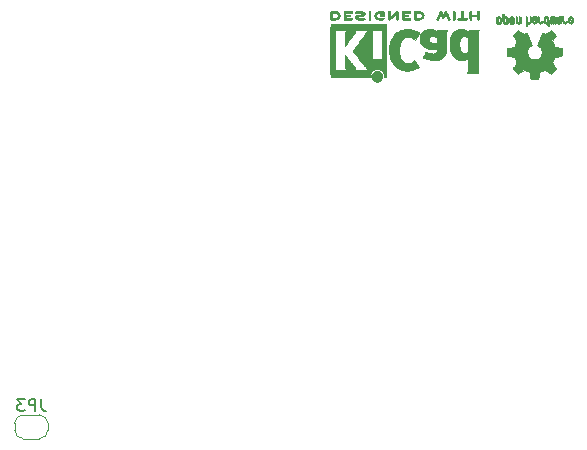
<source format=gbr>
%TF.GenerationSoftware,KiCad,Pcbnew,5.1.10-88a1d61d58~90~ubuntu21.04.1*%
%TF.CreationDate,2021-10-05T18:42:24+09:00*%
%TF.ProjectId,syncricket,73796e63-7269-4636-9b65-742e6b696361,rev?*%
%TF.SameCoordinates,Original*%
%TF.FileFunction,Legend,Bot*%
%TF.FilePolarity,Positive*%
%FSLAX46Y46*%
G04 Gerber Fmt 4.6, Leading zero omitted, Abs format (unit mm)*
G04 Created by KiCad (PCBNEW 5.1.10-88a1d61d58~90~ubuntu21.04.1) date 2021-10-05 18:42:24*
%MOMM*%
%LPD*%
G01*
G04 APERTURE LIST*
%ADD10C,0.120000*%
%ADD11C,0.010000*%
%ADD12C,0.150000*%
G04 APERTURE END LIST*
D10*
%TO.C,JP3*%
X137792920Y42505400D02*
X137792920Y43105400D01*
X135692920Y41805400D02*
X137092920Y41805400D01*
X134992920Y43105400D02*
X134992920Y42505400D01*
X137092920Y43805400D02*
X135692920Y43805400D01*
X137792920Y43105400D02*
G75*
G03*
X137092920Y43805400I-700000J0D01*
G01*
X137092920Y41805400D02*
G75*
G03*
X137792920Y42505400I0J700000D01*
G01*
X134992920Y42505400D02*
G75*
G03*
X135692920Y41805400I700000J0D01*
G01*
X135692920Y43805400D02*
G75*
G03*
X134992920Y43105400I0J-700000D01*
G01*
D11*
%TO.C,REF004*%
G36*
X179103910Y72242348D02*
G01*
X179182454Y72242778D01*
X179239298Y72243942D01*
X179278105Y72246207D01*
X179302538Y72249940D01*
X179316262Y72255506D01*
X179322940Y72263273D01*
X179326236Y72273605D01*
X179326556Y72274943D01*
X179331562Y72299079D01*
X179340829Y72346701D01*
X179353392Y72412741D01*
X179368287Y72492128D01*
X179384551Y72579796D01*
X179385119Y72582875D01*
X179401410Y72668789D01*
X179416652Y72744696D01*
X179429861Y72806045D01*
X179440054Y72848282D01*
X179446248Y72866855D01*
X179446543Y72867184D01*
X179464788Y72876253D01*
X179502405Y72891367D01*
X179551271Y72909262D01*
X179551543Y72909358D01*
X179613093Y72932493D01*
X179685657Y72961965D01*
X179754057Y72991597D01*
X179757294Y72993062D01*
X179868702Y73043626D01*
X180115399Y72875160D01*
X180191077Y72823803D01*
X180259631Y72777889D01*
X180317088Y72740030D01*
X180359476Y72712837D01*
X180382825Y72698921D01*
X180385042Y72697889D01*
X180402010Y72702484D01*
X180433701Y72724655D01*
X180481352Y72765447D01*
X180546198Y72825905D01*
X180612397Y72890227D01*
X180676214Y72953612D01*
X180733329Y73011451D01*
X180780305Y73060175D01*
X180813703Y73096210D01*
X180830085Y73115984D01*
X180830694Y73117002D01*
X180832505Y73130572D01*
X180825683Y73152733D01*
X180808540Y73186478D01*
X180779393Y73234800D01*
X180736555Y73300692D01*
X180679448Y73385517D01*
X180628766Y73460177D01*
X180583461Y73527140D01*
X180546150Y73582516D01*
X180519452Y73622420D01*
X180505985Y73642962D01*
X180505137Y73644356D01*
X180506781Y73664038D01*
X180519245Y73702293D01*
X180540048Y73751889D01*
X180547462Y73767728D01*
X180579814Y73838290D01*
X180614328Y73918353D01*
X180642365Y73987629D01*
X180662568Y74039045D01*
X180678615Y74078119D01*
X180687888Y74098541D01*
X180689041Y74100114D01*
X180706096Y74102721D01*
X180746298Y74109863D01*
X180804302Y74120523D01*
X180874763Y74133685D01*
X180952335Y74148333D01*
X181031672Y74163449D01*
X181107431Y74178018D01*
X181174264Y74191022D01*
X181226828Y74201445D01*
X181259776Y74208270D01*
X181267857Y74210199D01*
X181276205Y74214962D01*
X181282506Y74225718D01*
X181287045Y74246098D01*
X181290104Y74279734D01*
X181291967Y74330255D01*
X181292918Y74401292D01*
X181293240Y74496476D01*
X181293257Y74535492D01*
X181293257Y74852799D01*
X181217057Y74867839D01*
X181174663Y74875995D01*
X181111400Y74887899D01*
X181034962Y74902116D01*
X180953043Y74917210D01*
X180930400Y74921355D01*
X180854806Y74936053D01*
X180788953Y74950505D01*
X180738366Y74963375D01*
X180708574Y74973322D01*
X180703612Y74976287D01*
X180691426Y74997283D01*
X180673953Y75037967D01*
X180654577Y75090322D01*
X180650734Y75101600D01*
X180625339Y75171523D01*
X180593817Y75250418D01*
X180562969Y75321266D01*
X180562817Y75321595D01*
X180511447Y75432733D01*
X180680399Y75681253D01*
X180849352Y75929772D01*
X180632429Y76147058D01*
X180566819Y76211726D01*
X180506979Y76268733D01*
X180456267Y76315033D01*
X180418046Y76347584D01*
X180395675Y76363343D01*
X180392466Y76364343D01*
X180373626Y76356469D01*
X180335180Y76334578D01*
X180281330Y76301267D01*
X180216276Y76259131D01*
X180145940Y76211943D01*
X180074555Y76163810D01*
X180010908Y76121928D01*
X179959041Y76088871D01*
X179922995Y76067218D01*
X179906867Y76059543D01*
X179887189Y76066037D01*
X179849875Y76083150D01*
X179802621Y76107326D01*
X179797612Y76110013D01*
X179733977Y76141927D01*
X179690341Y76157579D01*
X179663202Y76157745D01*
X179649057Y76143204D01*
X179648975Y76143000D01*
X179641905Y76125779D01*
X179625042Y76084899D01*
X179599695Y76023525D01*
X179567171Y75944819D01*
X179528778Y75851947D01*
X179485822Y75748072D01*
X179444222Y75647502D01*
X179398504Y75536516D01*
X179356526Y75433703D01*
X179319548Y75342215D01*
X179288827Y75265201D01*
X179265622Y75205815D01*
X179251190Y75167209D01*
X179246743Y75152800D01*
X179257896Y75136272D01*
X179287069Y75109930D01*
X179325971Y75080887D01*
X179436757Y74989039D01*
X179523351Y74883759D01*
X179584716Y74767266D01*
X179619815Y74641776D01*
X179627608Y74509507D01*
X179621943Y74448457D01*
X179591078Y74321795D01*
X179537920Y74209941D01*
X179465767Y74114001D01*
X179377917Y74035076D01*
X179277665Y73974270D01*
X179168310Y73932687D01*
X179053147Y73911428D01*
X178935475Y73911599D01*
X178818590Y73934301D01*
X178705789Y73980638D01*
X178600369Y74051713D01*
X178556368Y74091911D01*
X178471979Y74195129D01*
X178413222Y74307925D01*
X178379704Y74427010D01*
X178371035Y74549095D01*
X178386823Y74670893D01*
X178426678Y74789116D01*
X178490207Y74900475D01*
X178577021Y75001684D01*
X178674029Y75080887D01*
X178714437Y75111162D01*
X178742982Y75137219D01*
X178753257Y75152825D01*
X178747877Y75169843D01*
X178732575Y75210500D01*
X178708612Y75271642D01*
X178677244Y75350119D01*
X178639732Y75442780D01*
X178597333Y75546472D01*
X178555663Y75647526D01*
X178509690Y75758607D01*
X178467107Y75861541D01*
X178429221Y75953165D01*
X178397340Y76030316D01*
X178372771Y76089831D01*
X178356820Y76128544D01*
X178350910Y76143000D01*
X178336948Y76157685D01*
X178309940Y76157642D01*
X178266413Y76142099D01*
X178202890Y76110284D01*
X178202388Y76110013D01*
X178154560Y76085323D01*
X178115897Y76067338D01*
X178094095Y76059614D01*
X178093133Y76059543D01*
X178076721Y76067378D01*
X178040487Y76089165D01*
X177988474Y76122328D01*
X177924725Y76164291D01*
X177854060Y76211943D01*
X177782116Y76260191D01*
X177717274Y76302151D01*
X177663735Y76335227D01*
X177625697Y76356821D01*
X177607533Y76364343D01*
X177590808Y76354457D01*
X177557180Y76326826D01*
X177510010Y76284495D01*
X177452658Y76230505D01*
X177388484Y76167899D01*
X177367497Y76146983D01*
X177150499Y75929623D01*
X177315668Y75687220D01*
X177365864Y75612781D01*
X177409919Y75545972D01*
X177445362Y75490665D01*
X177469719Y75450729D01*
X177480522Y75430036D01*
X177480838Y75428563D01*
X177475143Y75409058D01*
X177459826Y75369822D01*
X177437537Y75317430D01*
X177421893Y75282355D01*
X177392641Y75215201D01*
X177365094Y75147358D01*
X177343737Y75090034D01*
X177337935Y75072572D01*
X177321452Y75025938D01*
X177305340Y74989905D01*
X177296490Y74976287D01*
X177276960Y74967952D01*
X177234334Y74956137D01*
X177174145Y74942181D01*
X177101922Y74927422D01*
X177069600Y74921355D01*
X176987522Y74906273D01*
X176908795Y74891669D01*
X176841109Y74878980D01*
X176792160Y74869642D01*
X176782943Y74867839D01*
X176706743Y74852799D01*
X176706743Y74535492D01*
X176706914Y74431154D01*
X176707616Y74352213D01*
X176709134Y74295038D01*
X176711749Y74255999D01*
X176715746Y74231465D01*
X176721409Y74217805D01*
X176729020Y74211389D01*
X176732143Y74210199D01*
X176750978Y74205980D01*
X176792588Y74197562D01*
X176851630Y74185961D01*
X176922757Y74172195D01*
X177000625Y74157280D01*
X177079887Y74142232D01*
X177155198Y74128069D01*
X177221213Y74115806D01*
X177272587Y74106461D01*
X177303975Y74101050D01*
X177310959Y74100114D01*
X177317285Y74087596D01*
X177331290Y74054246D01*
X177350355Y74006377D01*
X177357634Y73987629D01*
X177386996Y73915195D01*
X177421571Y73835170D01*
X177452537Y73767728D01*
X177475323Y73716159D01*
X177490482Y73673785D01*
X177495542Y73647834D01*
X177494736Y73644356D01*
X177484041Y73627936D01*
X177459620Y73591417D01*
X177424095Y73538687D01*
X177380087Y73473635D01*
X177330217Y73400151D01*
X177320356Y73385645D01*
X177262492Y73299704D01*
X177219956Y73234261D01*
X177191054Y73186304D01*
X177174090Y73152820D01*
X177167367Y73130795D01*
X177169190Y73117217D01*
X177169236Y73117131D01*
X177183586Y73099297D01*
X177215323Y73064817D01*
X177261010Y73017268D01*
X177317204Y72960222D01*
X177380468Y72897255D01*
X177387602Y72890227D01*
X177467330Y72813020D01*
X177528857Y72756330D01*
X177573421Y72719110D01*
X177602257Y72700315D01*
X177614958Y72697889D01*
X177633494Y72708471D01*
X177671961Y72732916D01*
X177726386Y72768612D01*
X177792798Y72812947D01*
X177867225Y72863311D01*
X177884601Y72875160D01*
X178131297Y73043626D01*
X178242706Y72993062D01*
X178310457Y72963595D01*
X178383183Y72933959D01*
X178445703Y72910330D01*
X178448457Y72909358D01*
X178497360Y72891457D01*
X178535057Y72876320D01*
X178553425Y72867210D01*
X178553456Y72867184D01*
X178559285Y72850717D01*
X178569192Y72810219D01*
X178582195Y72750242D01*
X178597309Y72675340D01*
X178613552Y72590064D01*
X178614881Y72582875D01*
X178631175Y72495014D01*
X178646133Y72415260D01*
X178658791Y72348681D01*
X178668186Y72300347D01*
X178673354Y72275325D01*
X178673444Y72274943D01*
X178676589Y72264299D01*
X178682704Y72256262D01*
X178695453Y72250467D01*
X178718500Y72246547D01*
X178755509Y72244135D01*
X178810144Y72242865D01*
X178886067Y72242371D01*
X178986944Y72242286D01*
X179000000Y72242286D01*
X179103910Y72242348D01*
G37*
X179103910Y72242348D02*
X179182454Y72242778D01*
X179239298Y72243942D01*
X179278105Y72246207D01*
X179302538Y72249940D01*
X179316262Y72255506D01*
X179322940Y72263273D01*
X179326236Y72273605D01*
X179326556Y72274943D01*
X179331562Y72299079D01*
X179340829Y72346701D01*
X179353392Y72412741D01*
X179368287Y72492128D01*
X179384551Y72579796D01*
X179385119Y72582875D01*
X179401410Y72668789D01*
X179416652Y72744696D01*
X179429861Y72806045D01*
X179440054Y72848282D01*
X179446248Y72866855D01*
X179446543Y72867184D01*
X179464788Y72876253D01*
X179502405Y72891367D01*
X179551271Y72909262D01*
X179551543Y72909358D01*
X179613093Y72932493D01*
X179685657Y72961965D01*
X179754057Y72991597D01*
X179757294Y72993062D01*
X179868702Y73043626D01*
X180115399Y72875160D01*
X180191077Y72823803D01*
X180259631Y72777889D01*
X180317088Y72740030D01*
X180359476Y72712837D01*
X180382825Y72698921D01*
X180385042Y72697889D01*
X180402010Y72702484D01*
X180433701Y72724655D01*
X180481352Y72765447D01*
X180546198Y72825905D01*
X180612397Y72890227D01*
X180676214Y72953612D01*
X180733329Y73011451D01*
X180780305Y73060175D01*
X180813703Y73096210D01*
X180830085Y73115984D01*
X180830694Y73117002D01*
X180832505Y73130572D01*
X180825683Y73152733D01*
X180808540Y73186478D01*
X180779393Y73234800D01*
X180736555Y73300692D01*
X180679448Y73385517D01*
X180628766Y73460177D01*
X180583461Y73527140D01*
X180546150Y73582516D01*
X180519452Y73622420D01*
X180505985Y73642962D01*
X180505137Y73644356D01*
X180506781Y73664038D01*
X180519245Y73702293D01*
X180540048Y73751889D01*
X180547462Y73767728D01*
X180579814Y73838290D01*
X180614328Y73918353D01*
X180642365Y73987629D01*
X180662568Y74039045D01*
X180678615Y74078119D01*
X180687888Y74098541D01*
X180689041Y74100114D01*
X180706096Y74102721D01*
X180746298Y74109863D01*
X180804302Y74120523D01*
X180874763Y74133685D01*
X180952335Y74148333D01*
X181031672Y74163449D01*
X181107431Y74178018D01*
X181174264Y74191022D01*
X181226828Y74201445D01*
X181259776Y74208270D01*
X181267857Y74210199D01*
X181276205Y74214962D01*
X181282506Y74225718D01*
X181287045Y74246098D01*
X181290104Y74279734D01*
X181291967Y74330255D01*
X181292918Y74401292D01*
X181293240Y74496476D01*
X181293257Y74535492D01*
X181293257Y74852799D01*
X181217057Y74867839D01*
X181174663Y74875995D01*
X181111400Y74887899D01*
X181034962Y74902116D01*
X180953043Y74917210D01*
X180930400Y74921355D01*
X180854806Y74936053D01*
X180788953Y74950505D01*
X180738366Y74963375D01*
X180708574Y74973322D01*
X180703612Y74976287D01*
X180691426Y74997283D01*
X180673953Y75037967D01*
X180654577Y75090322D01*
X180650734Y75101600D01*
X180625339Y75171523D01*
X180593817Y75250418D01*
X180562969Y75321266D01*
X180562817Y75321595D01*
X180511447Y75432733D01*
X180680399Y75681253D01*
X180849352Y75929772D01*
X180632429Y76147058D01*
X180566819Y76211726D01*
X180506979Y76268733D01*
X180456267Y76315033D01*
X180418046Y76347584D01*
X180395675Y76363343D01*
X180392466Y76364343D01*
X180373626Y76356469D01*
X180335180Y76334578D01*
X180281330Y76301267D01*
X180216276Y76259131D01*
X180145940Y76211943D01*
X180074555Y76163810D01*
X180010908Y76121928D01*
X179959041Y76088871D01*
X179922995Y76067218D01*
X179906867Y76059543D01*
X179887189Y76066037D01*
X179849875Y76083150D01*
X179802621Y76107326D01*
X179797612Y76110013D01*
X179733977Y76141927D01*
X179690341Y76157579D01*
X179663202Y76157745D01*
X179649057Y76143204D01*
X179648975Y76143000D01*
X179641905Y76125779D01*
X179625042Y76084899D01*
X179599695Y76023525D01*
X179567171Y75944819D01*
X179528778Y75851947D01*
X179485822Y75748072D01*
X179444222Y75647502D01*
X179398504Y75536516D01*
X179356526Y75433703D01*
X179319548Y75342215D01*
X179288827Y75265201D01*
X179265622Y75205815D01*
X179251190Y75167209D01*
X179246743Y75152800D01*
X179257896Y75136272D01*
X179287069Y75109930D01*
X179325971Y75080887D01*
X179436757Y74989039D01*
X179523351Y74883759D01*
X179584716Y74767266D01*
X179619815Y74641776D01*
X179627608Y74509507D01*
X179621943Y74448457D01*
X179591078Y74321795D01*
X179537920Y74209941D01*
X179465767Y74114001D01*
X179377917Y74035076D01*
X179277665Y73974270D01*
X179168310Y73932687D01*
X179053147Y73911428D01*
X178935475Y73911599D01*
X178818590Y73934301D01*
X178705789Y73980638D01*
X178600369Y74051713D01*
X178556368Y74091911D01*
X178471979Y74195129D01*
X178413222Y74307925D01*
X178379704Y74427010D01*
X178371035Y74549095D01*
X178386823Y74670893D01*
X178426678Y74789116D01*
X178490207Y74900475D01*
X178577021Y75001684D01*
X178674029Y75080887D01*
X178714437Y75111162D01*
X178742982Y75137219D01*
X178753257Y75152825D01*
X178747877Y75169843D01*
X178732575Y75210500D01*
X178708612Y75271642D01*
X178677244Y75350119D01*
X178639732Y75442780D01*
X178597333Y75546472D01*
X178555663Y75647526D01*
X178509690Y75758607D01*
X178467107Y75861541D01*
X178429221Y75953165D01*
X178397340Y76030316D01*
X178372771Y76089831D01*
X178356820Y76128544D01*
X178350910Y76143000D01*
X178336948Y76157685D01*
X178309940Y76157642D01*
X178266413Y76142099D01*
X178202890Y76110284D01*
X178202388Y76110013D01*
X178154560Y76085323D01*
X178115897Y76067338D01*
X178094095Y76059614D01*
X178093133Y76059543D01*
X178076721Y76067378D01*
X178040487Y76089165D01*
X177988474Y76122328D01*
X177924725Y76164291D01*
X177854060Y76211943D01*
X177782116Y76260191D01*
X177717274Y76302151D01*
X177663735Y76335227D01*
X177625697Y76356821D01*
X177607533Y76364343D01*
X177590808Y76354457D01*
X177557180Y76326826D01*
X177510010Y76284495D01*
X177452658Y76230505D01*
X177388484Y76167899D01*
X177367497Y76146983D01*
X177150499Y75929623D01*
X177315668Y75687220D01*
X177365864Y75612781D01*
X177409919Y75545972D01*
X177445362Y75490665D01*
X177469719Y75450729D01*
X177480522Y75430036D01*
X177480838Y75428563D01*
X177475143Y75409058D01*
X177459826Y75369822D01*
X177437537Y75317430D01*
X177421893Y75282355D01*
X177392641Y75215201D01*
X177365094Y75147358D01*
X177343737Y75090034D01*
X177337935Y75072572D01*
X177321452Y75025938D01*
X177305340Y74989905D01*
X177296490Y74976287D01*
X177276960Y74967952D01*
X177234334Y74956137D01*
X177174145Y74942181D01*
X177101922Y74927422D01*
X177069600Y74921355D01*
X176987522Y74906273D01*
X176908795Y74891669D01*
X176841109Y74878980D01*
X176792160Y74869642D01*
X176782943Y74867839D01*
X176706743Y74852799D01*
X176706743Y74535492D01*
X176706914Y74431154D01*
X176707616Y74352213D01*
X176709134Y74295038D01*
X176711749Y74255999D01*
X176715746Y74231465D01*
X176721409Y74217805D01*
X176729020Y74211389D01*
X176732143Y74210199D01*
X176750978Y74205980D01*
X176792588Y74197562D01*
X176851630Y74185961D01*
X176922757Y74172195D01*
X177000625Y74157280D01*
X177079887Y74142232D01*
X177155198Y74128069D01*
X177221213Y74115806D01*
X177272587Y74106461D01*
X177303975Y74101050D01*
X177310959Y74100114D01*
X177317285Y74087596D01*
X177331290Y74054246D01*
X177350355Y74006377D01*
X177357634Y73987629D01*
X177386996Y73915195D01*
X177421571Y73835170D01*
X177452537Y73767728D01*
X177475323Y73716159D01*
X177490482Y73673785D01*
X177495542Y73647834D01*
X177494736Y73644356D01*
X177484041Y73627936D01*
X177459620Y73591417D01*
X177424095Y73538687D01*
X177380087Y73473635D01*
X177330217Y73400151D01*
X177320356Y73385645D01*
X177262492Y73299704D01*
X177219956Y73234261D01*
X177191054Y73186304D01*
X177174090Y73152820D01*
X177167367Y73130795D01*
X177169190Y73117217D01*
X177169236Y73117131D01*
X177183586Y73099297D01*
X177215323Y73064817D01*
X177261010Y73017268D01*
X177317204Y72960222D01*
X177380468Y72897255D01*
X177387602Y72890227D01*
X177467330Y72813020D01*
X177528857Y72756330D01*
X177573421Y72719110D01*
X177602257Y72700315D01*
X177614958Y72697889D01*
X177633494Y72708471D01*
X177671961Y72732916D01*
X177726386Y72768612D01*
X177792798Y72812947D01*
X177867225Y72863311D01*
X177884601Y72875160D01*
X178131297Y73043626D01*
X178242706Y72993062D01*
X178310457Y72963595D01*
X178383183Y72933959D01*
X178445703Y72910330D01*
X178448457Y72909358D01*
X178497360Y72891457D01*
X178535057Y72876320D01*
X178553425Y72867210D01*
X178553456Y72867184D01*
X178559285Y72850717D01*
X178569192Y72810219D01*
X178582195Y72750242D01*
X178597309Y72675340D01*
X178613552Y72590064D01*
X178614881Y72582875D01*
X178631175Y72495014D01*
X178646133Y72415260D01*
X178658791Y72348681D01*
X178668186Y72300347D01*
X178673354Y72275325D01*
X178673444Y72274943D01*
X178676589Y72264299D01*
X178682704Y72256262D01*
X178695453Y72250467D01*
X178718500Y72246547D01*
X178755509Y72244135D01*
X178810144Y72242865D01*
X178886067Y72242371D01*
X178986944Y72242286D01*
X179000000Y72242286D01*
X179103910Y72242348D01*
G36*
X182153595Y76966966D02*
G01*
X182211021Y77004497D01*
X182238719Y77038096D01*
X182260662Y77099064D01*
X182262405Y77147308D01*
X182258457Y77211816D01*
X182109686Y77276934D01*
X182037349Y77310202D01*
X181990084Y77336964D01*
X181965507Y77360144D01*
X181961237Y77382667D01*
X181974889Y77407455D01*
X181989943Y77423886D01*
X182033746Y77450235D01*
X182081389Y77452081D01*
X182125145Y77431546D01*
X182157289Y77390752D01*
X182163038Y77376347D01*
X182190576Y77331356D01*
X182222258Y77312182D01*
X182265714Y77295779D01*
X182265714Y77357966D01*
X182261872Y77400283D01*
X182246823Y77435969D01*
X182215280Y77476943D01*
X182210592Y77482267D01*
X182175506Y77518720D01*
X182145347Y77538283D01*
X182107615Y77547283D01*
X182076335Y77550230D01*
X182020385Y77550965D01*
X181980555Y77541660D01*
X181955708Y77527846D01*
X181916656Y77497467D01*
X181889625Y77464613D01*
X181872517Y77423294D01*
X181863238Y77367521D01*
X181859693Y77291305D01*
X181859410Y77252622D01*
X181860372Y77206247D01*
X181948007Y77206247D01*
X181949023Y77231126D01*
X181951556Y77235200D01*
X181968274Y77229665D01*
X182004249Y77215017D01*
X182052331Y77194190D01*
X182062386Y77189714D01*
X182123152Y77158814D01*
X182156632Y77131657D01*
X182163990Y77106220D01*
X182146391Y77080481D01*
X182131856Y77069109D01*
X182079410Y77046364D01*
X182030322Y77050122D01*
X181989227Y77077884D01*
X181960758Y77127152D01*
X181951631Y77166257D01*
X181948007Y77206247D01*
X181860372Y77206247D01*
X181861285Y77162249D01*
X181868196Y77095384D01*
X181881884Y77046695D01*
X181904096Y77010849D01*
X181936574Y76982513D01*
X181950733Y76973355D01*
X182015053Y76949507D01*
X182085473Y76948006D01*
X182153595Y76966966D01*
G37*
X182153595Y76966966D02*
X182211021Y77004497D01*
X182238719Y77038096D01*
X182260662Y77099064D01*
X182262405Y77147308D01*
X182258457Y77211816D01*
X182109686Y77276934D01*
X182037349Y77310202D01*
X181990084Y77336964D01*
X181965507Y77360144D01*
X181961237Y77382667D01*
X181974889Y77407455D01*
X181989943Y77423886D01*
X182033746Y77450235D01*
X182081389Y77452081D01*
X182125145Y77431546D01*
X182157289Y77390752D01*
X182163038Y77376347D01*
X182190576Y77331356D01*
X182222258Y77312182D01*
X182265714Y77295779D01*
X182265714Y77357966D01*
X182261872Y77400283D01*
X182246823Y77435969D01*
X182215280Y77476943D01*
X182210592Y77482267D01*
X182175506Y77518720D01*
X182145347Y77538283D01*
X182107615Y77547283D01*
X182076335Y77550230D01*
X182020385Y77550965D01*
X181980555Y77541660D01*
X181955708Y77527846D01*
X181916656Y77497467D01*
X181889625Y77464613D01*
X181872517Y77423294D01*
X181863238Y77367521D01*
X181859693Y77291305D01*
X181859410Y77252622D01*
X181860372Y77206247D01*
X181948007Y77206247D01*
X181949023Y77231126D01*
X181951556Y77235200D01*
X181968274Y77229665D01*
X182004249Y77215017D01*
X182052331Y77194190D01*
X182062386Y77189714D01*
X182123152Y77158814D01*
X182156632Y77131657D01*
X182163990Y77106220D01*
X182146391Y77080481D01*
X182131856Y77069109D01*
X182079410Y77046364D01*
X182030322Y77050122D01*
X181989227Y77077884D01*
X181960758Y77127152D01*
X181951631Y77166257D01*
X181948007Y77206247D01*
X181860372Y77206247D01*
X181861285Y77162249D01*
X181868196Y77095384D01*
X181881884Y77046695D01*
X181904096Y77010849D01*
X181936574Y76982513D01*
X181950733Y76973355D01*
X182015053Y76949507D01*
X182085473Y76948006D01*
X182153595Y76966966D01*
G36*
X181652600Y76958752D02*
G01*
X181669948Y76966334D01*
X181711356Y76999128D01*
X181746765Y77046547D01*
X181768664Y77097151D01*
X181772229Y77122098D01*
X181760279Y77156927D01*
X181734067Y77175357D01*
X181705964Y77186516D01*
X181693095Y77188572D01*
X181686829Y77173649D01*
X181674456Y77141175D01*
X181669028Y77126502D01*
X181638590Y77075744D01*
X181594520Y77050427D01*
X181538010Y77051206D01*
X181533825Y77052203D01*
X181503655Y77066507D01*
X181481476Y77094393D01*
X181466327Y77139287D01*
X181457250Y77204615D01*
X181453286Y77293804D01*
X181452914Y77341261D01*
X181452730Y77416071D01*
X181451522Y77467069D01*
X181448309Y77499471D01*
X181442109Y77518495D01*
X181431940Y77529356D01*
X181416819Y77537272D01*
X181415946Y77537670D01*
X181386828Y77549981D01*
X181372403Y77554514D01*
X181370186Y77540809D01*
X181368289Y77502925D01*
X181366847Y77445715D01*
X181365998Y77374027D01*
X181365829Y77321565D01*
X181366692Y77220047D01*
X181370070Y77143032D01*
X181377142Y77086023D01*
X181389088Y77044526D01*
X181407090Y77014043D01*
X181432327Y76990080D01*
X181457247Y76973355D01*
X181517171Y76951097D01*
X181586911Y76946076D01*
X181652600Y76958752D01*
G37*
X181652600Y76958752D02*
X181669948Y76966334D01*
X181711356Y76999128D01*
X181746765Y77046547D01*
X181768664Y77097151D01*
X181772229Y77122098D01*
X181760279Y77156927D01*
X181734067Y77175357D01*
X181705964Y77186516D01*
X181693095Y77188572D01*
X181686829Y77173649D01*
X181674456Y77141175D01*
X181669028Y77126502D01*
X181638590Y77075744D01*
X181594520Y77050427D01*
X181538010Y77051206D01*
X181533825Y77052203D01*
X181503655Y77066507D01*
X181481476Y77094393D01*
X181466327Y77139287D01*
X181457250Y77204615D01*
X181453286Y77293804D01*
X181452914Y77341261D01*
X181452730Y77416071D01*
X181451522Y77467069D01*
X181448309Y77499471D01*
X181442109Y77518495D01*
X181431940Y77529356D01*
X181416819Y77537272D01*
X181415946Y77537670D01*
X181386828Y77549981D01*
X181372403Y77554514D01*
X181370186Y77540809D01*
X181368289Y77502925D01*
X181366847Y77445715D01*
X181365998Y77374027D01*
X181365829Y77321565D01*
X181366692Y77220047D01*
X181370070Y77143032D01*
X181377142Y77086023D01*
X181389088Y77044526D01*
X181407090Y77014043D01*
X181432327Y76990080D01*
X181457247Y76973355D01*
X181517171Y76951097D01*
X181586911Y76946076D01*
X181652600Y76958752D01*
G36*
X181144876Y76956335D02*
G01*
X181186667Y76975344D01*
X181219469Y76998378D01*
X181243503Y77024133D01*
X181260097Y77057358D01*
X181270577Y77102800D01*
X181276271Y77165207D01*
X181278507Y77249327D01*
X181278743Y77304721D01*
X181278743Y77520826D01*
X181241774Y77537670D01*
X181212656Y77549981D01*
X181198231Y77554514D01*
X181195472Y77541025D01*
X181193282Y77504653D01*
X181191942Y77451542D01*
X181191657Y77409372D01*
X181190434Y77348447D01*
X181187136Y77300115D01*
X181182321Y77270518D01*
X181178496Y77264229D01*
X181152783Y77270652D01*
X181112418Y77287125D01*
X181065679Y77309458D01*
X181020845Y77333457D01*
X180986193Y77354930D01*
X180970002Y77369685D01*
X180969938Y77369845D01*
X180971330Y77397152D01*
X180983818Y77423219D01*
X181005743Y77444392D01*
X181037743Y77451474D01*
X181065092Y77450649D01*
X181103826Y77450042D01*
X181124158Y77459116D01*
X181136369Y77483092D01*
X181137909Y77487613D01*
X181143203Y77521806D01*
X181129047Y77542568D01*
X181092148Y77552462D01*
X181052289Y77554292D01*
X180980562Y77540727D01*
X180943432Y77521355D01*
X180897576Y77475845D01*
X180873256Y77419983D01*
X180871073Y77360957D01*
X180891629Y77305953D01*
X180922549Y77271486D01*
X180953420Y77252189D01*
X181001942Y77227759D01*
X181058485Y77202985D01*
X181067910Y77199199D01*
X181130019Y77171791D01*
X181165822Y77147634D01*
X181177337Y77123619D01*
X181166580Y77096635D01*
X181148114Y77075543D01*
X181104469Y77049572D01*
X181056446Y77047624D01*
X181012406Y77067637D01*
X180980709Y77107551D01*
X180976549Y77117848D01*
X180952327Y77155724D01*
X180916965Y77183842D01*
X180872343Y77206917D01*
X180872343Y77141485D01*
X180874969Y77101506D01*
X180886230Y77069997D01*
X180911199Y77036378D01*
X180935169Y77010484D01*
X180972441Y76973817D01*
X181001401Y76954121D01*
X181032505Y76946220D01*
X181067713Y76944914D01*
X181144876Y76956335D01*
G37*
X181144876Y76956335D02*
X181186667Y76975344D01*
X181219469Y76998378D01*
X181243503Y77024133D01*
X181260097Y77057358D01*
X181270577Y77102800D01*
X181276271Y77165207D01*
X181278507Y77249327D01*
X181278743Y77304721D01*
X181278743Y77520826D01*
X181241774Y77537670D01*
X181212656Y77549981D01*
X181198231Y77554514D01*
X181195472Y77541025D01*
X181193282Y77504653D01*
X181191942Y77451542D01*
X181191657Y77409372D01*
X181190434Y77348447D01*
X181187136Y77300115D01*
X181182321Y77270518D01*
X181178496Y77264229D01*
X181152783Y77270652D01*
X181112418Y77287125D01*
X181065679Y77309458D01*
X181020845Y77333457D01*
X180986193Y77354930D01*
X180970002Y77369685D01*
X180969938Y77369845D01*
X180971330Y77397152D01*
X180983818Y77423219D01*
X181005743Y77444392D01*
X181037743Y77451474D01*
X181065092Y77450649D01*
X181103826Y77450042D01*
X181124158Y77459116D01*
X181136369Y77483092D01*
X181137909Y77487613D01*
X181143203Y77521806D01*
X181129047Y77542568D01*
X181092148Y77552462D01*
X181052289Y77554292D01*
X180980562Y77540727D01*
X180943432Y77521355D01*
X180897576Y77475845D01*
X180873256Y77419983D01*
X180871073Y77360957D01*
X180891629Y77305953D01*
X180922549Y77271486D01*
X180953420Y77252189D01*
X181001942Y77227759D01*
X181058485Y77202985D01*
X181067910Y77199199D01*
X181130019Y77171791D01*
X181165822Y77147634D01*
X181177337Y77123619D01*
X181166580Y77096635D01*
X181148114Y77075543D01*
X181104469Y77049572D01*
X181056446Y77047624D01*
X181012406Y77067637D01*
X180980709Y77107551D01*
X180976549Y77117848D01*
X180952327Y77155724D01*
X180916965Y77183842D01*
X180872343Y77206917D01*
X180872343Y77141485D01*
X180874969Y77101506D01*
X180886230Y77069997D01*
X180911199Y77036378D01*
X180935169Y77010484D01*
X180972441Y76973817D01*
X181001401Y76954121D01*
X181032505Y76946220D01*
X181067713Y76944914D01*
X181144876Y76956335D01*
G36*
X180779833Y76958663D02*
G01*
X180782048Y76996850D01*
X180783784Y77054886D01*
X180784899Y77128180D01*
X180785257Y77205055D01*
X180785257Y77465196D01*
X180739326Y77511127D01*
X180707675Y77539429D01*
X180679890Y77550893D01*
X180641915Y77550168D01*
X180626840Y77548321D01*
X180579726Y77542948D01*
X180540756Y77539869D01*
X180531257Y77539585D01*
X180499233Y77541445D01*
X180453432Y77546114D01*
X180435674Y77548321D01*
X180392057Y77551735D01*
X180362745Y77544320D01*
X180333680Y77521427D01*
X180323188Y77511127D01*
X180277257Y77465196D01*
X180277257Y76978602D01*
X180314226Y76961758D01*
X180346059Y76949282D01*
X180364683Y76944914D01*
X180369458Y76958718D01*
X180373921Y76997286D01*
X180377775Y77056356D01*
X180380722Y77131663D01*
X180382143Y77195286D01*
X180386114Y77445657D01*
X180420759Y77450556D01*
X180452268Y77447131D01*
X180467708Y77436041D01*
X180472023Y77415308D01*
X180475708Y77371145D01*
X180478469Y77309146D01*
X180480012Y77234909D01*
X180480235Y77196706D01*
X180480457Y76976783D01*
X180526166Y76960849D01*
X180558518Y76950015D01*
X180576115Y76944962D01*
X180576623Y76944914D01*
X180578388Y76958648D01*
X180580329Y76996730D01*
X180582282Y77054482D01*
X180584084Y77127227D01*
X180585343Y77195286D01*
X180589314Y77445657D01*
X180676400Y77445657D01*
X180680396Y77217240D01*
X180684392Y76988822D01*
X180726847Y76966868D01*
X180758192Y76951793D01*
X180776744Y76944951D01*
X180777279Y76944914D01*
X180779833Y76958663D01*
G37*
X180779833Y76958663D02*
X180782048Y76996850D01*
X180783784Y77054886D01*
X180784899Y77128180D01*
X180785257Y77205055D01*
X180785257Y77465196D01*
X180739326Y77511127D01*
X180707675Y77539429D01*
X180679890Y77550893D01*
X180641915Y77550168D01*
X180626840Y77548321D01*
X180579726Y77542948D01*
X180540756Y77539869D01*
X180531257Y77539585D01*
X180499233Y77541445D01*
X180453432Y77546114D01*
X180435674Y77548321D01*
X180392057Y77551735D01*
X180362745Y77544320D01*
X180333680Y77521427D01*
X180323188Y77511127D01*
X180277257Y77465196D01*
X180277257Y76978602D01*
X180314226Y76961758D01*
X180346059Y76949282D01*
X180364683Y76944914D01*
X180369458Y76958718D01*
X180373921Y76997286D01*
X180377775Y77056356D01*
X180380722Y77131663D01*
X180382143Y77195286D01*
X180386114Y77445657D01*
X180420759Y77450556D01*
X180452268Y77447131D01*
X180467708Y77436041D01*
X180472023Y77415308D01*
X180475708Y77371145D01*
X180478469Y77309146D01*
X180480012Y77234909D01*
X180480235Y77196706D01*
X180480457Y76976783D01*
X180526166Y76960849D01*
X180558518Y76950015D01*
X180576115Y76944962D01*
X180576623Y76944914D01*
X180578388Y76958648D01*
X180580329Y76996730D01*
X180582282Y77054482D01*
X180584084Y77127227D01*
X180585343Y77195286D01*
X180589314Y77445657D01*
X180676400Y77445657D01*
X180680396Y77217240D01*
X180684392Y76988822D01*
X180726847Y76966868D01*
X180758192Y76951793D01*
X180776744Y76944951D01*
X180777279Y76944914D01*
X180779833Y76958663D01*
G36*
X180190117Y77065358D02*
G01*
X180189933Y77173837D01*
X180189219Y77257287D01*
X180187675Y77319704D01*
X180185001Y77365085D01*
X180180894Y77397429D01*
X180175055Y77420733D01*
X180167182Y77438995D01*
X180161221Y77449418D01*
X180111855Y77505945D01*
X180049264Y77541377D01*
X179980013Y77554090D01*
X179910668Y77542463D01*
X179869375Y77521568D01*
X179826025Y77485422D01*
X179796481Y77441276D01*
X179778655Y77383462D01*
X179770463Y77306313D01*
X179769302Y77249714D01*
X179769458Y77245647D01*
X179870857Y77245647D01*
X179871476Y77310550D01*
X179874314Y77353514D01*
X179880840Y77381622D01*
X179892523Y77401953D01*
X179906483Y77417288D01*
X179953365Y77446890D01*
X180003701Y77449419D01*
X180051276Y77424705D01*
X180054979Y77421356D01*
X180070783Y77403935D01*
X180080693Y77383209D01*
X180086058Y77352362D01*
X180088228Y77304577D01*
X180088571Y77251748D01*
X180087827Y77185381D01*
X180084748Y77141106D01*
X180078061Y77112009D01*
X180066496Y77091173D01*
X180057013Y77080107D01*
X180012960Y77052198D01*
X179962224Y77048843D01*
X179913796Y77070159D01*
X179904450Y77078073D01*
X179888540Y77095647D01*
X179878610Y77116587D01*
X179873278Y77147782D01*
X179871163Y77196122D01*
X179870857Y77245647D01*
X179769458Y77245647D01*
X179772810Y77158568D01*
X179784726Y77090086D01*
X179807135Y77038600D01*
X179842124Y76998443D01*
X179869375Y76977861D01*
X179918907Y76955625D01*
X179976316Y76945304D01*
X180029682Y76948067D01*
X180059543Y76959212D01*
X180071261Y76962383D01*
X180079037Y76950557D01*
X180084465Y76918866D01*
X180088571Y76870593D01*
X180093067Y76816829D01*
X180099313Y76784482D01*
X180110676Y76765985D01*
X180130528Y76753770D01*
X180143000Y76748362D01*
X180190171Y76728601D01*
X180190117Y77065358D01*
G37*
X180190117Y77065358D02*
X180189933Y77173837D01*
X180189219Y77257287D01*
X180187675Y77319704D01*
X180185001Y77365085D01*
X180180894Y77397429D01*
X180175055Y77420733D01*
X180167182Y77438995D01*
X180161221Y77449418D01*
X180111855Y77505945D01*
X180049264Y77541377D01*
X179980013Y77554090D01*
X179910668Y77542463D01*
X179869375Y77521568D01*
X179826025Y77485422D01*
X179796481Y77441276D01*
X179778655Y77383462D01*
X179770463Y77306313D01*
X179769302Y77249714D01*
X179769458Y77245647D01*
X179870857Y77245647D01*
X179871476Y77310550D01*
X179874314Y77353514D01*
X179880840Y77381622D01*
X179892523Y77401953D01*
X179906483Y77417288D01*
X179953365Y77446890D01*
X180003701Y77449419D01*
X180051276Y77424705D01*
X180054979Y77421356D01*
X180070783Y77403935D01*
X180080693Y77383209D01*
X180086058Y77352362D01*
X180088228Y77304577D01*
X180088571Y77251748D01*
X180087827Y77185381D01*
X180084748Y77141106D01*
X180078061Y77112009D01*
X180066496Y77091173D01*
X180057013Y77080107D01*
X180012960Y77052198D01*
X179962224Y77048843D01*
X179913796Y77070159D01*
X179904450Y77078073D01*
X179888540Y77095647D01*
X179878610Y77116587D01*
X179873278Y77147782D01*
X179871163Y77196122D01*
X179870857Y77245647D01*
X179769458Y77245647D01*
X179772810Y77158568D01*
X179784726Y77090086D01*
X179807135Y77038600D01*
X179842124Y76998443D01*
X179869375Y76977861D01*
X179918907Y76955625D01*
X179976316Y76945304D01*
X180029682Y76948067D01*
X180059543Y76959212D01*
X180071261Y76962383D01*
X180079037Y76950557D01*
X180084465Y76918866D01*
X180088571Y76870593D01*
X180093067Y76816829D01*
X180099313Y76784482D01*
X180110676Y76765985D01*
X180130528Y76753770D01*
X180143000Y76748362D01*
X180190171Y76728601D01*
X180190117Y77065358D01*
G36*
X179529926Y76949755D02*
G01*
X179595858Y76974084D01*
X179649273Y77017117D01*
X179670164Y77047409D01*
X179692939Y77102994D01*
X179692466Y77143186D01*
X179668562Y77170217D01*
X179659717Y77174813D01*
X179621530Y77189144D01*
X179602028Y77185472D01*
X179595422Y77161407D01*
X179595086Y77148114D01*
X179582992Y77099210D01*
X179551471Y77064999D01*
X179507659Y77048476D01*
X179458695Y77052634D01*
X179418894Y77074227D01*
X179405450Y77086544D01*
X179395921Y77101487D01*
X179389485Y77124075D01*
X179385317Y77159328D01*
X179382597Y77212266D01*
X179380502Y77287907D01*
X179379960Y77311857D01*
X179377981Y77393790D01*
X179375731Y77451455D01*
X179372357Y77489608D01*
X179367006Y77513004D01*
X179358824Y77526398D01*
X179346959Y77534545D01*
X179339362Y77538144D01*
X179307102Y77550452D01*
X179288111Y77554514D01*
X179281836Y77540948D01*
X179278006Y77499934D01*
X179276600Y77430999D01*
X179277598Y77333669D01*
X179277908Y77318657D01*
X179280101Y77229859D01*
X179282693Y77165019D01*
X179286382Y77119067D01*
X179291864Y77086935D01*
X179299835Y77063553D01*
X179310993Y77043852D01*
X179316830Y77035410D01*
X179350296Y76998057D01*
X179387727Y76969003D01*
X179392309Y76966467D01*
X179459426Y76946443D01*
X179529926Y76949755D01*
G37*
X179529926Y76949755D02*
X179595858Y76974084D01*
X179649273Y77017117D01*
X179670164Y77047409D01*
X179692939Y77102994D01*
X179692466Y77143186D01*
X179668562Y77170217D01*
X179659717Y77174813D01*
X179621530Y77189144D01*
X179602028Y77185472D01*
X179595422Y77161407D01*
X179595086Y77148114D01*
X179582992Y77099210D01*
X179551471Y77064999D01*
X179507659Y77048476D01*
X179458695Y77052634D01*
X179418894Y77074227D01*
X179405450Y77086544D01*
X179395921Y77101487D01*
X179389485Y77124075D01*
X179385317Y77159328D01*
X179382597Y77212266D01*
X179380502Y77287907D01*
X179379960Y77311857D01*
X179377981Y77393790D01*
X179375731Y77451455D01*
X179372357Y77489608D01*
X179367006Y77513004D01*
X179358824Y77526398D01*
X179346959Y77534545D01*
X179339362Y77538144D01*
X179307102Y77550452D01*
X179288111Y77554514D01*
X179281836Y77540948D01*
X179278006Y77499934D01*
X179276600Y77430999D01*
X179277598Y77333669D01*
X179277908Y77318657D01*
X179280101Y77229859D01*
X179282693Y77165019D01*
X179286382Y77119067D01*
X179291864Y77086935D01*
X179299835Y77063553D01*
X179310993Y77043852D01*
X179316830Y77035410D01*
X179350296Y76998057D01*
X179387727Y76969003D01*
X179392309Y76966467D01*
X179459426Y76946443D01*
X179529926Y76949755D01*
G36*
X179039744Y76950968D02*
G01*
X179096616Y76972087D01*
X179097267Y76972493D01*
X179132440Y76998380D01*
X179158407Y77028633D01*
X179176670Y77068058D01*
X179188732Y77121462D01*
X179196096Y77193651D01*
X179200264Y77289432D01*
X179200629Y77303078D01*
X179205876Y77508842D01*
X179161716Y77531678D01*
X179129763Y77547110D01*
X179110470Y77554423D01*
X179109578Y77554514D01*
X179106239Y77541022D01*
X179103587Y77504626D01*
X179101956Y77451452D01*
X179101600Y77408393D01*
X179101592Y77338641D01*
X179098403Y77294837D01*
X179087288Y77273944D01*
X179063501Y77272925D01*
X179022296Y77288741D01*
X178960086Y77317815D01*
X178914341Y77341963D01*
X178890813Y77362913D01*
X178883896Y77385747D01*
X178883886Y77386877D01*
X178895299Y77426212D01*
X178929092Y77447462D01*
X178980809Y77450539D01*
X179018061Y77450006D01*
X179037703Y77460735D01*
X179049952Y77486505D01*
X179057002Y77519337D01*
X179046842Y77537966D01*
X179043017Y77540632D01*
X179007001Y77551340D01*
X178956566Y77552856D01*
X178904626Y77545759D01*
X178867822Y77532788D01*
X178816938Y77489585D01*
X178788014Y77429446D01*
X178782286Y77382462D01*
X178786657Y77340082D01*
X178802475Y77305488D01*
X178833797Y77274763D01*
X178884678Y77243990D01*
X178959176Y77209252D01*
X178963714Y77207288D01*
X179030821Y77176287D01*
X179072232Y77150862D01*
X179089981Y77128014D01*
X179086107Y77104745D01*
X179062643Y77078056D01*
X179055627Y77071914D01*
X179008630Y77048100D01*
X178959933Y77049103D01*
X178917522Y77072451D01*
X178889384Y77115675D01*
X178886769Y77124160D01*
X178861308Y77165308D01*
X178829001Y77185128D01*
X178782286Y77204770D01*
X178782286Y77153950D01*
X178796496Y77080082D01*
X178838675Y77012327D01*
X178860624Y76989661D01*
X178910517Y76960569D01*
X178973967Y76947400D01*
X179039744Y76950968D01*
G37*
X179039744Y76950968D02*
X179096616Y76972087D01*
X179097267Y76972493D01*
X179132440Y76998380D01*
X179158407Y77028633D01*
X179176670Y77068058D01*
X179188732Y77121462D01*
X179196096Y77193651D01*
X179200264Y77289432D01*
X179200629Y77303078D01*
X179205876Y77508842D01*
X179161716Y77531678D01*
X179129763Y77547110D01*
X179110470Y77554423D01*
X179109578Y77554514D01*
X179106239Y77541022D01*
X179103587Y77504626D01*
X179101956Y77451452D01*
X179101600Y77408393D01*
X179101592Y77338641D01*
X179098403Y77294837D01*
X179087288Y77273944D01*
X179063501Y77272925D01*
X179022296Y77288741D01*
X178960086Y77317815D01*
X178914341Y77341963D01*
X178890813Y77362913D01*
X178883896Y77385747D01*
X178883886Y77386877D01*
X178895299Y77426212D01*
X178929092Y77447462D01*
X178980809Y77450539D01*
X179018061Y77450006D01*
X179037703Y77460735D01*
X179049952Y77486505D01*
X179057002Y77519337D01*
X179046842Y77537966D01*
X179043017Y77540632D01*
X179007001Y77551340D01*
X178956566Y77552856D01*
X178904626Y77545759D01*
X178867822Y77532788D01*
X178816938Y77489585D01*
X178788014Y77429446D01*
X178782286Y77382462D01*
X178786657Y77340082D01*
X178802475Y77305488D01*
X178833797Y77274763D01*
X178884678Y77243990D01*
X178959176Y77209252D01*
X178963714Y77207288D01*
X179030821Y77176287D01*
X179072232Y77150862D01*
X179089981Y77128014D01*
X179086107Y77104745D01*
X179062643Y77078056D01*
X179055627Y77071914D01*
X179008630Y77048100D01*
X178959933Y77049103D01*
X178917522Y77072451D01*
X178889384Y77115675D01*
X178886769Y77124160D01*
X178861308Y77165308D01*
X178829001Y77185128D01*
X178782286Y77204770D01*
X178782286Y77153950D01*
X178796496Y77080082D01*
X178838675Y77012327D01*
X178860624Y76989661D01*
X178910517Y76960569D01*
X178973967Y76947400D01*
X179039744Y76950968D01*
G36*
X178375886Y76851289D02*
G01*
X178380139Y76910613D01*
X178385025Y76945572D01*
X178391795Y76960820D01*
X178401702Y76961015D01*
X178404914Y76959195D01*
X178447644Y76946015D01*
X178503227Y76946785D01*
X178559737Y76960333D01*
X178595082Y76977861D01*
X178631321Y77005861D01*
X178657813Y77037549D01*
X178675999Y77077813D01*
X178687322Y77131543D01*
X178693222Y77203626D01*
X178695143Y77298951D01*
X178695177Y77317237D01*
X178695200Y77522646D01*
X178649491Y77538580D01*
X178617027Y77549420D01*
X178599215Y77554468D01*
X178598691Y77554514D01*
X178596937Y77540828D01*
X178595444Y77503076D01*
X178594326Y77446224D01*
X178593697Y77375234D01*
X178593600Y77332073D01*
X178593398Y77246973D01*
X178592358Y77185981D01*
X178589831Y77144177D01*
X178585164Y77116642D01*
X178577707Y77098456D01*
X178566811Y77084698D01*
X178560007Y77078073D01*
X178513272Y77051375D01*
X178462272Y77049375D01*
X178416001Y77071955D01*
X178407444Y77080107D01*
X178394893Y77095436D01*
X178386188Y77113618D01*
X178380631Y77139909D01*
X178377526Y77179562D01*
X178376176Y77237832D01*
X178375886Y77318173D01*
X178375886Y77522646D01*
X178330177Y77538580D01*
X178297713Y77549420D01*
X178279901Y77554468D01*
X178279377Y77554514D01*
X178278037Y77540623D01*
X178276828Y77501439D01*
X178275801Y77440700D01*
X178275002Y77362141D01*
X178274481Y77269498D01*
X178274286Y77166509D01*
X178274286Y76769342D01*
X178321457Y76749444D01*
X178368629Y76729547D01*
X178375886Y76851289D01*
G37*
X178375886Y76851289D02*
X178380139Y76910613D01*
X178385025Y76945572D01*
X178391795Y76960820D01*
X178401702Y76961015D01*
X178404914Y76959195D01*
X178447644Y76946015D01*
X178503227Y76946785D01*
X178559737Y76960333D01*
X178595082Y76977861D01*
X178631321Y77005861D01*
X178657813Y77037549D01*
X178675999Y77077813D01*
X178687322Y77131543D01*
X178693222Y77203626D01*
X178695143Y77298951D01*
X178695177Y77317237D01*
X178695200Y77522646D01*
X178649491Y77538580D01*
X178617027Y77549420D01*
X178599215Y77554468D01*
X178598691Y77554514D01*
X178596937Y77540828D01*
X178595444Y77503076D01*
X178594326Y77446224D01*
X178593697Y77375234D01*
X178593600Y77332073D01*
X178593398Y77246973D01*
X178592358Y77185981D01*
X178589831Y77144177D01*
X178585164Y77116642D01*
X178577707Y77098456D01*
X178566811Y77084698D01*
X178560007Y77078073D01*
X178513272Y77051375D01*
X178462272Y77049375D01*
X178416001Y77071955D01*
X178407444Y77080107D01*
X178394893Y77095436D01*
X178386188Y77113618D01*
X178380631Y77139909D01*
X178377526Y77179562D01*
X178376176Y77237832D01*
X178375886Y77318173D01*
X178375886Y77522646D01*
X178330177Y77538580D01*
X178297713Y77549420D01*
X178279901Y77554468D01*
X178279377Y77554514D01*
X178278037Y77540623D01*
X178276828Y77501439D01*
X178275801Y77440700D01*
X178275002Y77362141D01*
X178274481Y77269498D01*
X178274286Y77166509D01*
X178274286Y76769342D01*
X178321457Y76749444D01*
X178368629Y76729547D01*
X178375886Y76851289D01*
G36*
X177168303Y76931239D02*
G01*
X177225527Y76969735D01*
X177269749Y77025335D01*
X177296167Y77096086D01*
X177301510Y77148162D01*
X177300903Y77169893D01*
X177295822Y77186531D01*
X177281855Y77201437D01*
X177254589Y77217973D01*
X177209612Y77239498D01*
X177142511Y77269374D01*
X177142171Y77269524D01*
X177080407Y77297813D01*
X177029759Y77322933D01*
X176995404Y77342179D01*
X176982518Y77352848D01*
X176982514Y77352934D01*
X176993872Y77376166D01*
X177020431Y77401774D01*
X177050923Y77420221D01*
X177066370Y77423886D01*
X177108515Y77411212D01*
X177144808Y77379471D01*
X177162517Y77344572D01*
X177179552Y77318845D01*
X177212922Y77289546D01*
X177252149Y77264235D01*
X177286756Y77250471D01*
X177293993Y77249714D01*
X177302139Y77262160D01*
X177302630Y77293972D01*
X177296643Y77336866D01*
X177285357Y77382558D01*
X177269950Y77422761D01*
X177269171Y77424322D01*
X177222804Y77489062D01*
X177162711Y77533097D01*
X177094465Y77554711D01*
X177023638Y77552185D01*
X176955804Y77523804D01*
X176952788Y77521808D01*
X176899427Y77473448D01*
X176864340Y77410352D01*
X176844922Y77327387D01*
X176842316Y77304078D01*
X176837701Y77194055D01*
X176843233Y77142748D01*
X176982514Y77142748D01*
X176984324Y77174753D01*
X176994222Y77184093D01*
X177018898Y77177105D01*
X177057795Y77160587D01*
X177101275Y77139881D01*
X177102356Y77139333D01*
X177139209Y77119949D01*
X177154000Y77107013D01*
X177150353Y77093451D01*
X177134995Y77075632D01*
X177095923Y77049845D01*
X177053846Y77047950D01*
X177016103Y77066717D01*
X176990034Y77102915D01*
X176982514Y77142748D01*
X176843233Y77142748D01*
X176847194Y77106027D01*
X176871550Y77036212D01*
X176905456Y76987302D01*
X176966653Y76937878D01*
X177034063Y76913359D01*
X177102880Y76911797D01*
X177168303Y76931239D01*
G37*
X177168303Y76931239D02*
X177225527Y76969735D01*
X177269749Y77025335D01*
X177296167Y77096086D01*
X177301510Y77148162D01*
X177300903Y77169893D01*
X177295822Y77186531D01*
X177281855Y77201437D01*
X177254589Y77217973D01*
X177209612Y77239498D01*
X177142511Y77269374D01*
X177142171Y77269524D01*
X177080407Y77297813D01*
X177029759Y77322933D01*
X176995404Y77342179D01*
X176982518Y77352848D01*
X176982514Y77352934D01*
X176993872Y77376166D01*
X177020431Y77401774D01*
X177050923Y77420221D01*
X177066370Y77423886D01*
X177108515Y77411212D01*
X177144808Y77379471D01*
X177162517Y77344572D01*
X177179552Y77318845D01*
X177212922Y77289546D01*
X177252149Y77264235D01*
X177286756Y77250471D01*
X177293993Y77249714D01*
X177302139Y77262160D01*
X177302630Y77293972D01*
X177296643Y77336866D01*
X177285357Y77382558D01*
X177269950Y77422761D01*
X177269171Y77424322D01*
X177222804Y77489062D01*
X177162711Y77533097D01*
X177094465Y77554711D01*
X177023638Y77552185D01*
X176955804Y77523804D01*
X176952788Y77521808D01*
X176899427Y77473448D01*
X176864340Y77410352D01*
X176844922Y77327387D01*
X176842316Y77304078D01*
X176837701Y77194055D01*
X176843233Y77142748D01*
X176982514Y77142748D01*
X176984324Y77174753D01*
X176994222Y77184093D01*
X177018898Y77177105D01*
X177057795Y77160587D01*
X177101275Y77139881D01*
X177102356Y77139333D01*
X177139209Y77119949D01*
X177154000Y77107013D01*
X177150353Y77093451D01*
X177134995Y77075632D01*
X177095923Y77049845D01*
X177053846Y77047950D01*
X177016103Y77066717D01*
X176990034Y77102915D01*
X176982514Y77142748D01*
X176843233Y77142748D01*
X176847194Y77106027D01*
X176871550Y77036212D01*
X176905456Y76987302D01*
X176966653Y76937878D01*
X177034063Y76913359D01*
X177102880Y76911797D01*
X177168303Y76931239D01*
G36*
X176041115Y76921962D02*
G01*
X176109145Y76957733D01*
X176159351Y77015301D01*
X176177185Y77052312D01*
X176191063Y77107882D01*
X176198167Y77178096D01*
X176198840Y77254727D01*
X176193427Y77329552D01*
X176182270Y77394342D01*
X176165714Y77440873D01*
X176160626Y77448887D01*
X176100355Y77508707D01*
X176028769Y77544535D01*
X175951092Y77555020D01*
X175872548Y77538810D01*
X175850689Y77529092D01*
X175808122Y77499143D01*
X175770763Y77459433D01*
X175767232Y77454397D01*
X175752881Y77430124D01*
X175743394Y77404178D01*
X175737790Y77370022D01*
X175735086Y77321119D01*
X175734299Y77250935D01*
X175734286Y77235200D01*
X175734322Y77230192D01*
X175879429Y77230192D01*
X175880273Y77296430D01*
X175883596Y77340386D01*
X175890583Y77368779D01*
X175902416Y77388325D01*
X175908457Y77394857D01*
X175943186Y77419680D01*
X175976903Y77418548D01*
X176010995Y77397016D01*
X176031329Y77374029D01*
X176043371Y77340478D01*
X176050134Y77287569D01*
X176050598Y77281399D01*
X176051752Y77185513D01*
X176039688Y77114299D01*
X176014570Y77068194D01*
X175976560Y77047635D01*
X175962992Y77046514D01*
X175927364Y77052152D01*
X175902994Y77071686D01*
X175888093Y77109042D01*
X175880875Y77168150D01*
X175879429Y77230192D01*
X175734322Y77230192D01*
X175734826Y77160413D01*
X175737096Y77108159D01*
X175742068Y77071949D01*
X175750713Y77045299D01*
X175764005Y77021722D01*
X175766943Y77017338D01*
X175816313Y76958249D01*
X175870109Y76923947D01*
X175935602Y76910331D01*
X175957842Y76909665D01*
X176041115Y76921962D01*
G37*
X176041115Y76921962D02*
X176109145Y76957733D01*
X176159351Y77015301D01*
X176177185Y77052312D01*
X176191063Y77107882D01*
X176198167Y77178096D01*
X176198840Y77254727D01*
X176193427Y77329552D01*
X176182270Y77394342D01*
X176165714Y77440873D01*
X176160626Y77448887D01*
X176100355Y77508707D01*
X176028769Y77544535D01*
X175951092Y77555020D01*
X175872548Y77538810D01*
X175850689Y77529092D01*
X175808122Y77499143D01*
X175770763Y77459433D01*
X175767232Y77454397D01*
X175752881Y77430124D01*
X175743394Y77404178D01*
X175737790Y77370022D01*
X175735086Y77321119D01*
X175734299Y77250935D01*
X175734286Y77235200D01*
X175734322Y77230192D01*
X175879429Y77230192D01*
X175880273Y77296430D01*
X175883596Y77340386D01*
X175890583Y77368779D01*
X175902416Y77388325D01*
X175908457Y77394857D01*
X175943186Y77419680D01*
X175976903Y77418548D01*
X176010995Y77397016D01*
X176031329Y77374029D01*
X176043371Y77340478D01*
X176050134Y77287569D01*
X176050598Y77281399D01*
X176051752Y77185513D01*
X176039688Y77114299D01*
X176014570Y77068194D01*
X175976560Y77047635D01*
X175962992Y77046514D01*
X175927364Y77052152D01*
X175902994Y77071686D01*
X175888093Y77109042D01*
X175880875Y77168150D01*
X175879429Y77230192D01*
X175734322Y77230192D01*
X175734826Y77160413D01*
X175737096Y77108159D01*
X175742068Y77071949D01*
X175750713Y77045299D01*
X175764005Y77021722D01*
X175766943Y77017338D01*
X175816313Y76958249D01*
X175870109Y76923947D01*
X175935602Y76910331D01*
X175957842Y76909665D01*
X176041115Y76921962D01*
G36*
X177716093Y76927780D02*
G01*
X177762672Y76954723D01*
X177795057Y76981466D01*
X177818742Y77009484D01*
X177835059Y77043748D01*
X177845339Y77089227D01*
X177850914Y77150892D01*
X177853116Y77233711D01*
X177853371Y77293246D01*
X177853371Y77512391D01*
X177791686Y77540044D01*
X177730000Y77567697D01*
X177722743Y77327670D01*
X177719744Y77238028D01*
X177716598Y77172962D01*
X177712701Y77128026D01*
X177707447Y77098770D01*
X177700231Y77080748D01*
X177690450Y77069511D01*
X177687312Y77067079D01*
X177639761Y77048083D01*
X177591697Y77055600D01*
X177563086Y77075543D01*
X177551447Y77089675D01*
X177543391Y77108220D01*
X177538271Y77136334D01*
X177535441Y77179173D01*
X177534256Y77241895D01*
X177534057Y77307261D01*
X177534018Y77389268D01*
X177532614Y77447316D01*
X177527914Y77486465D01*
X177517987Y77511780D01*
X177500903Y77528323D01*
X177474732Y77541156D01*
X177439775Y77554491D01*
X177401596Y77569007D01*
X177406141Y77311389D01*
X177407971Y77218519D01*
X177410112Y77149889D01*
X177413181Y77100711D01*
X177417794Y77066198D01*
X177424568Y77041562D01*
X177434119Y77022016D01*
X177445634Y77004770D01*
X177501190Y76949680D01*
X177568980Y76917822D01*
X177642713Y76910191D01*
X177716093Y76927780D01*
G37*
X177716093Y76927780D02*
X177762672Y76954723D01*
X177795057Y76981466D01*
X177818742Y77009484D01*
X177835059Y77043748D01*
X177845339Y77089227D01*
X177850914Y77150892D01*
X177853116Y77233711D01*
X177853371Y77293246D01*
X177853371Y77512391D01*
X177791686Y77540044D01*
X177730000Y77567697D01*
X177722743Y77327670D01*
X177719744Y77238028D01*
X177716598Y77172962D01*
X177712701Y77128026D01*
X177707447Y77098770D01*
X177700231Y77080748D01*
X177690450Y77069511D01*
X177687312Y77067079D01*
X177639761Y77048083D01*
X177591697Y77055600D01*
X177563086Y77075543D01*
X177551447Y77089675D01*
X177543391Y77108220D01*
X177538271Y77136334D01*
X177535441Y77179173D01*
X177534256Y77241895D01*
X177534057Y77307261D01*
X177534018Y77389268D01*
X177532614Y77447316D01*
X177527914Y77486465D01*
X177517987Y77511780D01*
X177500903Y77528323D01*
X177474732Y77541156D01*
X177439775Y77554491D01*
X177401596Y77569007D01*
X177406141Y77311389D01*
X177407971Y77218519D01*
X177410112Y77149889D01*
X177413181Y77100711D01*
X177417794Y77066198D01*
X177424568Y77041562D01*
X177434119Y77022016D01*
X177445634Y77004770D01*
X177501190Y76949680D01*
X177568980Y76917822D01*
X177642713Y76910191D01*
X177716093Y76927780D01*
G36*
X176599744Y76919918D02*
G01*
X176655201Y76947568D01*
X176704148Y76998480D01*
X176717629Y77017338D01*
X176732314Y77042015D01*
X176741842Y77068816D01*
X176747293Y77104587D01*
X176749747Y77156169D01*
X176750286Y77224267D01*
X176747852Y77317588D01*
X176739394Y77387657D01*
X176723174Y77439931D01*
X176697454Y77479869D01*
X176660497Y77512929D01*
X176657782Y77514886D01*
X176621360Y77534908D01*
X176577502Y77544815D01*
X176521724Y77547257D01*
X176431048Y77547257D01*
X176431010Y77635283D01*
X176430166Y77684308D01*
X176425024Y77713065D01*
X176411587Y77730311D01*
X176385858Y77744808D01*
X176379679Y77747769D01*
X176350764Y77761648D01*
X176328376Y77770414D01*
X176311729Y77771171D01*
X176300036Y77761023D01*
X176292510Y77737073D01*
X176288366Y77696426D01*
X176286815Y77636186D01*
X176287071Y77553455D01*
X176288349Y77445339D01*
X176288748Y77413000D01*
X176290185Y77301524D01*
X176291472Y77228603D01*
X176430971Y77228603D01*
X176431755Y77290499D01*
X176435240Y77330997D01*
X176443124Y77357708D01*
X176457105Y77378244D01*
X176466597Y77388260D01*
X176505404Y77417567D01*
X176539763Y77419952D01*
X176575216Y77395750D01*
X176576114Y77394857D01*
X176590539Y77376153D01*
X176599313Y77350732D01*
X176603739Y77311584D01*
X176605118Y77251697D01*
X176605143Y77238430D01*
X176601812Y77155901D01*
X176590969Y77098691D01*
X176571340Y77063766D01*
X176541650Y77048094D01*
X176524491Y77046514D01*
X176483766Y77053926D01*
X176455832Y77078330D01*
X176439017Y77122980D01*
X176431650Y77191130D01*
X176430971Y77228603D01*
X176291472Y77228603D01*
X176291708Y77215245D01*
X176293677Y77150333D01*
X176296450Y77102958D01*
X176300388Y77069290D01*
X176305849Y77045498D01*
X176313192Y77027753D01*
X176322777Y77012224D01*
X176326887Y77006381D01*
X176381405Y76951185D01*
X176450336Y76919890D01*
X176530072Y76911165D01*
X176599744Y76919918D01*
G37*
X176599744Y76919918D02*
X176655201Y76947568D01*
X176704148Y76998480D01*
X176717629Y77017338D01*
X176732314Y77042015D01*
X176741842Y77068816D01*
X176747293Y77104587D01*
X176749747Y77156169D01*
X176750286Y77224267D01*
X176747852Y77317588D01*
X176739394Y77387657D01*
X176723174Y77439931D01*
X176697454Y77479869D01*
X176660497Y77512929D01*
X176657782Y77514886D01*
X176621360Y77534908D01*
X176577502Y77544815D01*
X176521724Y77547257D01*
X176431048Y77547257D01*
X176431010Y77635283D01*
X176430166Y77684308D01*
X176425024Y77713065D01*
X176411587Y77730311D01*
X176385858Y77744808D01*
X176379679Y77747769D01*
X176350764Y77761648D01*
X176328376Y77770414D01*
X176311729Y77771171D01*
X176300036Y77761023D01*
X176292510Y77737073D01*
X176288366Y77696426D01*
X176286815Y77636186D01*
X176287071Y77553455D01*
X176288349Y77445339D01*
X176288748Y77413000D01*
X176290185Y77301524D01*
X176291472Y77228603D01*
X176430971Y77228603D01*
X176431755Y77290499D01*
X176435240Y77330997D01*
X176443124Y77357708D01*
X176457105Y77378244D01*
X176466597Y77388260D01*
X176505404Y77417567D01*
X176539763Y77419952D01*
X176575216Y77395750D01*
X176576114Y77394857D01*
X176590539Y77376153D01*
X176599313Y77350732D01*
X176603739Y77311584D01*
X176605118Y77251697D01*
X176605143Y77238430D01*
X176601812Y77155901D01*
X176590969Y77098691D01*
X176571340Y77063766D01*
X176541650Y77048094D01*
X176524491Y77046514D01*
X176483766Y77053926D01*
X176455832Y77078330D01*
X176439017Y77122980D01*
X176431650Y77191130D01*
X176430971Y77228603D01*
X176291472Y77228603D01*
X176291708Y77215245D01*
X176293677Y77150333D01*
X176296450Y77102958D01*
X176300388Y77069290D01*
X176305849Y77045498D01*
X176313192Y77027753D01*
X176322777Y77012224D01*
X176326887Y77006381D01*
X176381405Y76951185D01*
X176450336Y76919890D01*
X176530072Y76911165D01*
X176599744Y76919918D01*
%TO.C,REF003*%
G36*
X174228823Y77274533D02*
G01*
X174260202Y77296776D01*
X174287911Y77324485D01*
X174287911Y77633920D01*
X174287838Y77725799D01*
X174287495Y77797840D01*
X174286692Y77852780D01*
X174285241Y77893360D01*
X174282952Y77922317D01*
X174279636Y77942391D01*
X174275105Y77956321D01*
X174269169Y77966845D01*
X174264514Y77973100D01*
X174233783Y77997673D01*
X174198496Y78000341D01*
X174166245Y77985271D01*
X174155588Y77976374D01*
X174148464Y77964557D01*
X174144167Y77945526D01*
X174141991Y77914992D01*
X174141228Y77868662D01*
X174141155Y77832871D01*
X174141155Y77698045D01*
X173644444Y77698045D01*
X173644444Y77820700D01*
X173643931Y77876787D01*
X173641876Y77915333D01*
X173637508Y77941361D01*
X173630056Y77959897D01*
X173621047Y77973100D01*
X173590144Y77997604D01*
X173555196Y78000506D01*
X173521738Y77983089D01*
X173512604Y77973959D01*
X173506152Y77961855D01*
X173501897Y77943001D01*
X173499352Y77913620D01*
X173498029Y77869937D01*
X173497443Y77808175D01*
X173497375Y77794000D01*
X173496891Y77677631D01*
X173496641Y77581727D01*
X173496723Y77504177D01*
X173497231Y77442869D01*
X173498262Y77395690D01*
X173499913Y77360530D01*
X173502279Y77335276D01*
X173505457Y77317817D01*
X173509544Y77306041D01*
X173514634Y77297835D01*
X173520266Y77291645D01*
X173552128Y77271844D01*
X173585357Y77274533D01*
X173616735Y77296776D01*
X173629433Y77311126D01*
X173637526Y77326978D01*
X173642042Y77349554D01*
X173644006Y77384078D01*
X173644444Y77435776D01*
X173644444Y77551289D01*
X174141155Y77551289D01*
X174141155Y77432756D01*
X174141662Y77378148D01*
X174143698Y77341275D01*
X174148035Y77317307D01*
X174155447Y77301415D01*
X174163733Y77291645D01*
X174195594Y77271844D01*
X174228823Y77274533D01*
G37*
X174228823Y77274533D02*
X174260202Y77296776D01*
X174287911Y77324485D01*
X174287911Y77633920D01*
X174287838Y77725799D01*
X174287495Y77797840D01*
X174286692Y77852780D01*
X174285241Y77893360D01*
X174282952Y77922317D01*
X174279636Y77942391D01*
X174275105Y77956321D01*
X174269169Y77966845D01*
X174264514Y77973100D01*
X174233783Y77997673D01*
X174198496Y78000341D01*
X174166245Y77985271D01*
X174155588Y77976374D01*
X174148464Y77964557D01*
X174144167Y77945526D01*
X174141991Y77914992D01*
X174141228Y77868662D01*
X174141155Y77832871D01*
X174141155Y77698045D01*
X173644444Y77698045D01*
X173644444Y77820700D01*
X173643931Y77876787D01*
X173641876Y77915333D01*
X173637508Y77941361D01*
X173630056Y77959897D01*
X173621047Y77973100D01*
X173590144Y77997604D01*
X173555196Y78000506D01*
X173521738Y77983089D01*
X173512604Y77973959D01*
X173506152Y77961855D01*
X173501897Y77943001D01*
X173499352Y77913620D01*
X173498029Y77869937D01*
X173497443Y77808175D01*
X173497375Y77794000D01*
X173496891Y77677631D01*
X173496641Y77581727D01*
X173496723Y77504177D01*
X173497231Y77442869D01*
X173498262Y77395690D01*
X173499913Y77360530D01*
X173502279Y77335276D01*
X173505457Y77317817D01*
X173509544Y77306041D01*
X173514634Y77297835D01*
X173520266Y77291645D01*
X173552128Y77271844D01*
X173585357Y77274533D01*
X173616735Y77296776D01*
X173629433Y77311126D01*
X173637526Y77326978D01*
X173642042Y77349554D01*
X173644006Y77384078D01*
X173644444Y77435776D01*
X173644444Y77551289D01*
X174141155Y77551289D01*
X174141155Y77432756D01*
X174141662Y77378148D01*
X174143698Y77341275D01*
X174148035Y77317307D01*
X174155447Y77301415D01*
X174163733Y77291645D01*
X174195594Y77271844D01*
X174228823Y77274533D01*
G36*
X172963065Y77269163D02*
G01*
X173041772Y77269542D01*
X173102863Y77270333D01*
X173148817Y77271670D01*
X173182114Y77273683D01*
X173205236Y77276506D01*
X173220662Y77280269D01*
X173230871Y77285105D01*
X173235813Y77288822D01*
X173261457Y77321358D01*
X173264559Y77355138D01*
X173248711Y77385826D01*
X173238348Y77398089D01*
X173227196Y77406450D01*
X173211035Y77411657D01*
X173185642Y77414457D01*
X173146798Y77415596D01*
X173090280Y77415821D01*
X173079180Y77415822D01*
X172933244Y77415822D01*
X172933244Y77686756D01*
X172933148Y77772154D01*
X172932711Y77837864D01*
X172931712Y77886774D01*
X172929928Y77921773D01*
X172927137Y77945749D01*
X172923117Y77961593D01*
X172917645Y77972191D01*
X172910666Y77980267D01*
X172877734Y78000112D01*
X172843354Y77998548D01*
X172812176Y77975906D01*
X172809886Y77973100D01*
X172802429Y77962492D01*
X172796747Y77950081D01*
X172792601Y77932850D01*
X172789750Y77907784D01*
X172787954Y77871867D01*
X172786972Y77822083D01*
X172786564Y77755417D01*
X172786489Y77679589D01*
X172786489Y77415822D01*
X172647127Y77415822D01*
X172587322Y77415418D01*
X172545918Y77413840D01*
X172518748Y77410547D01*
X172501646Y77404992D01*
X172490443Y77396631D01*
X172489083Y77395178D01*
X172472725Y77361939D01*
X172474172Y77324362D01*
X172492978Y77291645D01*
X172500250Y77285298D01*
X172509627Y77280266D01*
X172523609Y77276396D01*
X172544696Y77273537D01*
X172575389Y77271535D01*
X172618189Y77270239D01*
X172675595Y77269498D01*
X172750110Y77269158D01*
X172844233Y77269068D01*
X172864260Y77269067D01*
X172963065Y77269163D01*
G37*
X172963065Y77269163D02*
X173041772Y77269542D01*
X173102863Y77270333D01*
X173148817Y77271670D01*
X173182114Y77273683D01*
X173205236Y77276506D01*
X173220662Y77280269D01*
X173230871Y77285105D01*
X173235813Y77288822D01*
X173261457Y77321358D01*
X173264559Y77355138D01*
X173248711Y77385826D01*
X173238348Y77398089D01*
X173227196Y77406450D01*
X173211035Y77411657D01*
X173185642Y77414457D01*
X173146798Y77415596D01*
X173090280Y77415821D01*
X173079180Y77415822D01*
X172933244Y77415822D01*
X172933244Y77686756D01*
X172933148Y77772154D01*
X172932711Y77837864D01*
X172931712Y77886774D01*
X172929928Y77921773D01*
X172927137Y77945749D01*
X172923117Y77961593D01*
X172917645Y77972191D01*
X172910666Y77980267D01*
X172877734Y78000112D01*
X172843354Y77998548D01*
X172812176Y77975906D01*
X172809886Y77973100D01*
X172802429Y77962492D01*
X172796747Y77950081D01*
X172792601Y77932850D01*
X172789750Y77907784D01*
X172787954Y77871867D01*
X172786972Y77822083D01*
X172786564Y77755417D01*
X172786489Y77679589D01*
X172786489Y77415822D01*
X172647127Y77415822D01*
X172587322Y77415418D01*
X172545918Y77413840D01*
X172518748Y77410547D01*
X172501646Y77404992D01*
X172490443Y77396631D01*
X172489083Y77395178D01*
X172472725Y77361939D01*
X172474172Y77324362D01*
X172492978Y77291645D01*
X172500250Y77285298D01*
X172509627Y77280266D01*
X172523609Y77276396D01*
X172544696Y77273537D01*
X172575389Y77271535D01*
X172618189Y77270239D01*
X172675595Y77269498D01*
X172750110Y77269158D01*
X172844233Y77269068D01*
X172864260Y77269067D01*
X172963065Y77269163D01*
G36*
X172188614Y77275877D02*
G01*
X172212327Y77290647D01*
X172238978Y77312227D01*
X172238978Y77633773D01*
X172238893Y77727830D01*
X172238529Y77801932D01*
X172237724Y77858704D01*
X172236313Y77900768D01*
X172234133Y77930748D01*
X172231021Y77951267D01*
X172226814Y77964949D01*
X172221348Y77974416D01*
X172217472Y77979082D01*
X172186034Y77999575D01*
X172150233Y77998739D01*
X172118873Y77981264D01*
X172092222Y77959684D01*
X172092222Y77312227D01*
X172118873Y77290647D01*
X172144594Y77274949D01*
X172165600Y77269067D01*
X172188614Y77275877D01*
G37*
X172188614Y77275877D02*
X172212327Y77290647D01*
X172238978Y77312227D01*
X172238978Y77633773D01*
X172238893Y77727830D01*
X172238529Y77801932D01*
X172237724Y77858704D01*
X172236313Y77900768D01*
X172234133Y77930748D01*
X172231021Y77951267D01*
X172226814Y77964949D01*
X172221348Y77974416D01*
X172217472Y77979082D01*
X172186034Y77999575D01*
X172150233Y77998739D01*
X172118873Y77981264D01*
X172092222Y77959684D01*
X172092222Y77312227D01*
X172118873Y77290647D01*
X172144594Y77274949D01*
X172165600Y77269067D01*
X172188614Y77275877D01*
G36*
X171744665Y77271034D02*
G01*
X171764255Y77278035D01*
X171765010Y77278377D01*
X171791613Y77298678D01*
X171806270Y77319561D01*
X171809138Y77329352D01*
X171808996Y77342361D01*
X171804961Y77360895D01*
X171796146Y77387257D01*
X171781669Y77423752D01*
X171760645Y77472687D01*
X171732188Y77536365D01*
X171695415Y77617093D01*
X171675175Y77661216D01*
X171638625Y77739985D01*
X171604315Y77812423D01*
X171573552Y77875880D01*
X171547648Y77927708D01*
X171527910Y77965259D01*
X171515650Y77985884D01*
X171513224Y77988733D01*
X171482183Y78001302D01*
X171447121Y77999619D01*
X171419000Y77984332D01*
X171417854Y77983089D01*
X171406668Y77966154D01*
X171387904Y77933170D01*
X171363875Y77888380D01*
X171336897Y77836032D01*
X171327201Y77816742D01*
X171254014Y77670150D01*
X171174240Y77829393D01*
X171145767Y77884415D01*
X171119350Y77932132D01*
X171097148Y77968893D01*
X171081319Y77991044D01*
X171075954Y77995741D01*
X171034257Y78002102D01*
X170999849Y77988733D01*
X170989728Y77974446D01*
X170972214Y77942692D01*
X170948735Y77896597D01*
X170920720Y77839285D01*
X170889599Y77773880D01*
X170856799Y77703507D01*
X170823750Y77631291D01*
X170791881Y77560355D01*
X170762619Y77493825D01*
X170737395Y77434826D01*
X170717636Y77386481D01*
X170704772Y77351915D01*
X170700231Y77334253D01*
X170700277Y77333613D01*
X170711326Y77311388D01*
X170733410Y77288753D01*
X170734710Y77287768D01*
X170761853Y77272425D01*
X170786958Y77272574D01*
X170796368Y77275466D01*
X170807834Y77281718D01*
X170820010Y77294014D01*
X170834357Y77314908D01*
X170852336Y77346949D01*
X170875407Y77392688D01*
X170905030Y77454677D01*
X170931745Y77511898D01*
X170962480Y77578226D01*
X170990021Y77637874D01*
X171012938Y77687725D01*
X171029798Y77724664D01*
X171039173Y77745573D01*
X171040540Y77748845D01*
X171046689Y77743497D01*
X171060822Y77721109D01*
X171081057Y77684946D01*
X171105515Y77638277D01*
X171115248Y77619022D01*
X171148217Y77554004D01*
X171173643Y77506654D01*
X171193612Y77474219D01*
X171210210Y77453946D01*
X171225524Y77443082D01*
X171241640Y77438875D01*
X171252143Y77438400D01*
X171270670Y77440042D01*
X171286904Y77446831D01*
X171303035Y77461566D01*
X171321251Y77487044D01*
X171343739Y77526061D01*
X171372689Y77581414D01*
X171388662Y77612903D01*
X171414570Y77663087D01*
X171437167Y77704704D01*
X171454458Y77734242D01*
X171464450Y77748189D01*
X171465809Y77748770D01*
X171472261Y77737793D01*
X171486708Y77709290D01*
X171507703Y77666244D01*
X171533797Y77611638D01*
X171563546Y77548454D01*
X171578180Y77517071D01*
X171616250Y77436078D01*
X171646905Y77373756D01*
X171671737Y77328071D01*
X171692337Y77296989D01*
X171710298Y77278478D01*
X171727210Y77270504D01*
X171744665Y77271034D01*
G37*
X171744665Y77271034D02*
X171764255Y77278035D01*
X171765010Y77278377D01*
X171791613Y77298678D01*
X171806270Y77319561D01*
X171809138Y77329352D01*
X171808996Y77342361D01*
X171804961Y77360895D01*
X171796146Y77387257D01*
X171781669Y77423752D01*
X171760645Y77472687D01*
X171732188Y77536365D01*
X171695415Y77617093D01*
X171675175Y77661216D01*
X171638625Y77739985D01*
X171604315Y77812423D01*
X171573552Y77875880D01*
X171547648Y77927708D01*
X171527910Y77965259D01*
X171515650Y77985884D01*
X171513224Y77988733D01*
X171482183Y78001302D01*
X171447121Y77999619D01*
X171419000Y77984332D01*
X171417854Y77983089D01*
X171406668Y77966154D01*
X171387904Y77933170D01*
X171363875Y77888380D01*
X171336897Y77836032D01*
X171327201Y77816742D01*
X171254014Y77670150D01*
X171174240Y77829393D01*
X171145767Y77884415D01*
X171119350Y77932132D01*
X171097148Y77968893D01*
X171081319Y77991044D01*
X171075954Y77995741D01*
X171034257Y78002102D01*
X170999849Y77988733D01*
X170989728Y77974446D01*
X170972214Y77942692D01*
X170948735Y77896597D01*
X170920720Y77839285D01*
X170889599Y77773880D01*
X170856799Y77703507D01*
X170823750Y77631291D01*
X170791881Y77560355D01*
X170762619Y77493825D01*
X170737395Y77434826D01*
X170717636Y77386481D01*
X170704772Y77351915D01*
X170700231Y77334253D01*
X170700277Y77333613D01*
X170711326Y77311388D01*
X170733410Y77288753D01*
X170734710Y77287768D01*
X170761853Y77272425D01*
X170786958Y77272574D01*
X170796368Y77275466D01*
X170807834Y77281718D01*
X170820010Y77294014D01*
X170834357Y77314908D01*
X170852336Y77346949D01*
X170875407Y77392688D01*
X170905030Y77454677D01*
X170931745Y77511898D01*
X170962480Y77578226D01*
X170990021Y77637874D01*
X171012938Y77687725D01*
X171029798Y77724664D01*
X171039173Y77745573D01*
X171040540Y77748845D01*
X171046689Y77743497D01*
X171060822Y77721109D01*
X171081057Y77684946D01*
X171105515Y77638277D01*
X171115248Y77619022D01*
X171148217Y77554004D01*
X171173643Y77506654D01*
X171193612Y77474219D01*
X171210210Y77453946D01*
X171225524Y77443082D01*
X171241640Y77438875D01*
X171252143Y77438400D01*
X171270670Y77440042D01*
X171286904Y77446831D01*
X171303035Y77461566D01*
X171321251Y77487044D01*
X171343739Y77526061D01*
X171372689Y77581414D01*
X171388662Y77612903D01*
X171414570Y77663087D01*
X171437167Y77704704D01*
X171454458Y77734242D01*
X171464450Y77748189D01*
X171465809Y77748770D01*
X171472261Y77737793D01*
X171486708Y77709290D01*
X171507703Y77666244D01*
X171533797Y77611638D01*
X171563546Y77548454D01*
X171578180Y77517071D01*
X171616250Y77436078D01*
X171646905Y77373756D01*
X171671737Y77328071D01*
X171692337Y77296989D01*
X171710298Y77278478D01*
X171727210Y77270504D01*
X171744665Y77271034D01*
G36*
X169018309Y77269275D02*
G01*
X169147288Y77273636D01*
X169256991Y77286861D01*
X169349226Y77309741D01*
X169425802Y77343070D01*
X169488527Y77387638D01*
X169539212Y77444236D01*
X169579663Y77513658D01*
X169580459Y77515351D01*
X169604601Y77577483D01*
X169613203Y77632509D01*
X169606231Y77687887D01*
X169583654Y77751073D01*
X169579372Y77760689D01*
X169550172Y77816966D01*
X169517356Y77860451D01*
X169475002Y77897417D01*
X169417190Y77934135D01*
X169413831Y77936052D01*
X169363504Y77960227D01*
X169306621Y77978282D01*
X169239527Y77990839D01*
X169158565Y77998522D01*
X169060082Y78001953D01*
X169025286Y78002251D01*
X168859594Y78002845D01*
X168836197Y77973100D01*
X168829257Y77963319D01*
X168823842Y77951897D01*
X168819765Y77936095D01*
X168816837Y77913175D01*
X168814867Y77880396D01*
X168814225Y77856089D01*
X168970844Y77856089D01*
X169064726Y77856089D01*
X169119664Y77854483D01*
X169176060Y77850255D01*
X169222345Y77844292D01*
X169225139Y77843790D01*
X169307348Y77821736D01*
X169371114Y77788600D01*
X169418452Y77742847D01*
X169451382Y77682939D01*
X169457108Y77667061D01*
X169462721Y77642333D01*
X169460291Y77617902D01*
X169448467Y77585400D01*
X169441340Y77569434D01*
X169418000Y77527006D01*
X169389880Y77497240D01*
X169358940Y77476511D01*
X169296966Y77449537D01*
X169217651Y77429998D01*
X169125253Y77418746D01*
X169058333Y77416270D01*
X168970844Y77415822D01*
X168970844Y77856089D01*
X168814225Y77856089D01*
X168813668Y77835021D01*
X168813050Y77774311D01*
X168812825Y77695526D01*
X168812800Y77633920D01*
X168812800Y77324485D01*
X168840509Y77296776D01*
X168852806Y77285544D01*
X168866103Y77277853D01*
X168884672Y77273040D01*
X168912786Y77270446D01*
X168954717Y77269410D01*
X169014737Y77269270D01*
X169018309Y77269275D01*
G37*
X169018309Y77269275D02*
X169147288Y77273636D01*
X169256991Y77286861D01*
X169349226Y77309741D01*
X169425802Y77343070D01*
X169488527Y77387638D01*
X169539212Y77444236D01*
X169579663Y77513658D01*
X169580459Y77515351D01*
X169604601Y77577483D01*
X169613203Y77632509D01*
X169606231Y77687887D01*
X169583654Y77751073D01*
X169579372Y77760689D01*
X169550172Y77816966D01*
X169517356Y77860451D01*
X169475002Y77897417D01*
X169417190Y77934135D01*
X169413831Y77936052D01*
X169363504Y77960227D01*
X169306621Y77978282D01*
X169239527Y77990839D01*
X169158565Y77998522D01*
X169060082Y78001953D01*
X169025286Y78002251D01*
X168859594Y78002845D01*
X168836197Y77973100D01*
X168829257Y77963319D01*
X168823842Y77951897D01*
X168819765Y77936095D01*
X168816837Y77913175D01*
X168814867Y77880396D01*
X168814225Y77856089D01*
X168970844Y77856089D01*
X169064726Y77856089D01*
X169119664Y77854483D01*
X169176060Y77850255D01*
X169222345Y77844292D01*
X169225139Y77843790D01*
X169307348Y77821736D01*
X169371114Y77788600D01*
X169418452Y77742847D01*
X169451382Y77682939D01*
X169457108Y77667061D01*
X169462721Y77642333D01*
X169460291Y77617902D01*
X169448467Y77585400D01*
X169441340Y77569434D01*
X169418000Y77527006D01*
X169389880Y77497240D01*
X169358940Y77476511D01*
X169296966Y77449537D01*
X169217651Y77429998D01*
X169125253Y77418746D01*
X169058333Y77416270D01*
X168970844Y77415822D01*
X168970844Y77856089D01*
X168814225Y77856089D01*
X168813668Y77835021D01*
X168813050Y77774311D01*
X168812825Y77695526D01*
X168812800Y77633920D01*
X168812800Y77324485D01*
X168840509Y77296776D01*
X168852806Y77285544D01*
X168866103Y77277853D01*
X168884672Y77273040D01*
X168912786Y77270446D01*
X168954717Y77269410D01*
X169014737Y77269270D01*
X169018309Y77269275D01*
G36*
X168230343Y77269260D02*
G01*
X168306701Y77270174D01*
X168365217Y77272311D01*
X168408255Y77276175D01*
X168438183Y77282267D01*
X168457368Y77291090D01*
X168468176Y77303146D01*
X168472973Y77318939D01*
X168474127Y77338970D01*
X168474133Y77341335D01*
X168473131Y77363992D01*
X168468396Y77381503D01*
X168457333Y77394574D01*
X168437348Y77403913D01*
X168405846Y77410227D01*
X168360232Y77414222D01*
X168297913Y77416606D01*
X168216293Y77418086D01*
X168191277Y77418414D01*
X167949200Y77421467D01*
X167945814Y77486378D01*
X167942429Y77551289D01*
X168110576Y77551289D01*
X168176266Y77551531D01*
X168223172Y77552556D01*
X168255083Y77554811D01*
X168275791Y77558742D01*
X168289084Y77564798D01*
X168298755Y77573424D01*
X168298817Y77573493D01*
X168316356Y77607112D01*
X168315722Y77643448D01*
X168297314Y77674423D01*
X168293671Y77677607D01*
X168280741Y77685812D01*
X168263024Y77691521D01*
X168236570Y77695162D01*
X168197432Y77697167D01*
X168141662Y77697964D01*
X168105994Y77698045D01*
X167943555Y77698045D01*
X167943555Y77856089D01*
X168190161Y77856089D01*
X168271580Y77856231D01*
X168333410Y77856814D01*
X168378637Y77858068D01*
X168410248Y77860227D01*
X168431231Y77863523D01*
X168444573Y77868189D01*
X168453261Y77874457D01*
X168455450Y77876733D01*
X168471614Y77908280D01*
X168472797Y77944168D01*
X168459536Y77975285D01*
X168449043Y77985271D01*
X168438129Y77990769D01*
X168421217Y77995022D01*
X168395633Y77998180D01*
X168358701Y78000392D01*
X168307746Y78001806D01*
X168240094Y78002572D01*
X168153069Y78002838D01*
X168133394Y78002845D01*
X168044911Y78002787D01*
X167976227Y78002467D01*
X167924564Y78001667D01*
X167887145Y78000167D01*
X167861190Y77997749D01*
X167843922Y77994194D01*
X167832562Y77989282D01*
X167824332Y77982795D01*
X167819817Y77978138D01*
X167813021Y77969889D01*
X167807712Y77959669D01*
X167803706Y77944800D01*
X167800821Y77922602D01*
X167798874Y77890393D01*
X167797681Y77845496D01*
X167797061Y77785228D01*
X167796829Y77706911D01*
X167796800Y77640994D01*
X167796871Y77548628D01*
X167797208Y77476117D01*
X167797998Y77420737D01*
X167799426Y77379765D01*
X167801679Y77350478D01*
X167804943Y77330153D01*
X167809404Y77316066D01*
X167815248Y77305495D01*
X167820197Y77298811D01*
X167843594Y77269067D01*
X168133774Y77269067D01*
X168230343Y77269260D01*
G37*
X168230343Y77269260D02*
X168306701Y77270174D01*
X168365217Y77272311D01*
X168408255Y77276175D01*
X168438183Y77282267D01*
X168457368Y77291090D01*
X168468176Y77303146D01*
X168472973Y77318939D01*
X168474127Y77338970D01*
X168474133Y77341335D01*
X168473131Y77363992D01*
X168468396Y77381503D01*
X168457333Y77394574D01*
X168437348Y77403913D01*
X168405846Y77410227D01*
X168360232Y77414222D01*
X168297913Y77416606D01*
X168216293Y77418086D01*
X168191277Y77418414D01*
X167949200Y77421467D01*
X167945814Y77486378D01*
X167942429Y77551289D01*
X168110576Y77551289D01*
X168176266Y77551531D01*
X168223172Y77552556D01*
X168255083Y77554811D01*
X168275791Y77558742D01*
X168289084Y77564798D01*
X168298755Y77573424D01*
X168298817Y77573493D01*
X168316356Y77607112D01*
X168315722Y77643448D01*
X168297314Y77674423D01*
X168293671Y77677607D01*
X168280741Y77685812D01*
X168263024Y77691521D01*
X168236570Y77695162D01*
X168197432Y77697167D01*
X168141662Y77697964D01*
X168105994Y77698045D01*
X167943555Y77698045D01*
X167943555Y77856089D01*
X168190161Y77856089D01*
X168271580Y77856231D01*
X168333410Y77856814D01*
X168378637Y77858068D01*
X168410248Y77860227D01*
X168431231Y77863523D01*
X168444573Y77868189D01*
X168453261Y77874457D01*
X168455450Y77876733D01*
X168471614Y77908280D01*
X168472797Y77944168D01*
X168459536Y77975285D01*
X168449043Y77985271D01*
X168438129Y77990769D01*
X168421217Y77995022D01*
X168395633Y77998180D01*
X168358701Y78000392D01*
X168307746Y78001806D01*
X168240094Y78002572D01*
X168153069Y78002838D01*
X168133394Y78002845D01*
X168044911Y78002787D01*
X167976227Y78002467D01*
X167924564Y78001667D01*
X167887145Y78000167D01*
X167861190Y77997749D01*
X167843922Y77994194D01*
X167832562Y77989282D01*
X167824332Y77982795D01*
X167819817Y77978138D01*
X167813021Y77969889D01*
X167807712Y77959669D01*
X167803706Y77944800D01*
X167800821Y77922602D01*
X167798874Y77890393D01*
X167797681Y77845496D01*
X167797061Y77785228D01*
X167796829Y77706911D01*
X167796800Y77640994D01*
X167796871Y77548628D01*
X167797208Y77476117D01*
X167797998Y77420737D01*
X167799426Y77379765D01*
X167801679Y77350478D01*
X167804943Y77330153D01*
X167809404Y77316066D01*
X167815248Y77305495D01*
X167820197Y77298811D01*
X167843594Y77269067D01*
X168133774Y77269067D01*
X168230343Y77269260D01*
G36*
X166699886Y77273448D02*
G01*
X166723452Y77287273D01*
X166754265Y77309881D01*
X166793922Y77342338D01*
X166844020Y77385708D01*
X166906157Y77441058D01*
X166981928Y77509451D01*
X167068666Y77588084D01*
X167249289Y77751878D01*
X167254933Y77532029D01*
X167256971Y77456351D01*
X167258937Y77399994D01*
X167261266Y77359706D01*
X167264394Y77332235D01*
X167268755Y77314329D01*
X167274784Y77302737D01*
X167282916Y77294208D01*
X167287228Y77290623D01*
X167321759Y77271670D01*
X167354617Y77274441D01*
X167380682Y77290633D01*
X167407333Y77312199D01*
X167410648Y77627151D01*
X167411565Y77719779D01*
X167412032Y77792544D01*
X167411887Y77848161D01*
X167410968Y77889342D01*
X167409113Y77918803D01*
X167406161Y77939255D01*
X167401950Y77953413D01*
X167396318Y77963991D01*
X167390073Y77972474D01*
X167376561Y77988207D01*
X167363117Y77998636D01*
X167347876Y78002639D01*
X167328974Y77999094D01*
X167304545Y77986879D01*
X167272727Y77964871D01*
X167231652Y77931949D01*
X167179458Y77886991D01*
X167114278Y77828875D01*
X167040444Y77762099D01*
X166775155Y77521458D01*
X166769511Y77740589D01*
X166767469Y77816128D01*
X166765498Y77872354D01*
X166763161Y77912524D01*
X166760019Y77939896D01*
X166755636Y77957728D01*
X166749576Y77969279D01*
X166741400Y77977807D01*
X166737216Y77981282D01*
X166700235Y78000372D01*
X166665292Y77997493D01*
X166634864Y77973100D01*
X166627903Y77963286D01*
X166622477Y77951826D01*
X166618397Y77935968D01*
X166615471Y77912963D01*
X166613508Y77880062D01*
X166612317Y77834516D01*
X166611708Y77773573D01*
X166611489Y77694486D01*
X166611466Y77635956D01*
X166611540Y77544407D01*
X166611887Y77472687D01*
X166612699Y77418045D01*
X166614167Y77377732D01*
X166616481Y77348998D01*
X166619833Y77329093D01*
X166624412Y77315268D01*
X166630411Y77304772D01*
X166634864Y77298811D01*
X166646150Y77284691D01*
X166656699Y77274029D01*
X166668107Y77267892D01*
X166681970Y77267343D01*
X166699886Y77273448D01*
G37*
X166699886Y77273448D02*
X166723452Y77287273D01*
X166754265Y77309881D01*
X166793922Y77342338D01*
X166844020Y77385708D01*
X166906157Y77441058D01*
X166981928Y77509451D01*
X167068666Y77588084D01*
X167249289Y77751878D01*
X167254933Y77532029D01*
X167256971Y77456351D01*
X167258937Y77399994D01*
X167261266Y77359706D01*
X167264394Y77332235D01*
X167268755Y77314329D01*
X167274784Y77302737D01*
X167282916Y77294208D01*
X167287228Y77290623D01*
X167321759Y77271670D01*
X167354617Y77274441D01*
X167380682Y77290633D01*
X167407333Y77312199D01*
X167410648Y77627151D01*
X167411565Y77719779D01*
X167412032Y77792544D01*
X167411887Y77848161D01*
X167410968Y77889342D01*
X167409113Y77918803D01*
X167406161Y77939255D01*
X167401950Y77953413D01*
X167396318Y77963991D01*
X167390073Y77972474D01*
X167376561Y77988207D01*
X167363117Y77998636D01*
X167347876Y78002639D01*
X167328974Y77999094D01*
X167304545Y77986879D01*
X167272727Y77964871D01*
X167231652Y77931949D01*
X167179458Y77886991D01*
X167114278Y77828875D01*
X167040444Y77762099D01*
X166775155Y77521458D01*
X166769511Y77740589D01*
X166767469Y77816128D01*
X166765498Y77872354D01*
X166763161Y77912524D01*
X166760019Y77939896D01*
X166755636Y77957728D01*
X166749576Y77969279D01*
X166741400Y77977807D01*
X166737216Y77981282D01*
X166700235Y78000372D01*
X166665292Y77997493D01*
X166634864Y77973100D01*
X166627903Y77963286D01*
X166622477Y77951826D01*
X166618397Y77935968D01*
X166615471Y77912963D01*
X166613508Y77880062D01*
X166612317Y77834516D01*
X166611708Y77773573D01*
X166611489Y77694486D01*
X166611466Y77635956D01*
X166611540Y77544407D01*
X166611887Y77472687D01*
X166612699Y77418045D01*
X166614167Y77377732D01*
X166616481Y77348998D01*
X166619833Y77329093D01*
X166624412Y77315268D01*
X166630411Y77304772D01*
X166634864Y77298811D01*
X166646150Y77284691D01*
X166656699Y77274029D01*
X166668107Y77267892D01*
X166681970Y77267343D01*
X166699886Y77273448D01*
G36*
X166049919Y77274599D02*
G01*
X166118435Y77286095D01*
X166171057Y77303967D01*
X166205292Y77327499D01*
X166214621Y77340924D01*
X166224107Y77372148D01*
X166217723Y77400395D01*
X166197570Y77427182D01*
X166166255Y77439713D01*
X166120817Y77438696D01*
X166085674Y77431906D01*
X166007581Y77418971D01*
X165927774Y77417742D01*
X165838445Y77428241D01*
X165813771Y77432690D01*
X165730709Y77456108D01*
X165665727Y77490945D01*
X165619539Y77536604D01*
X165592855Y77592494D01*
X165587337Y77621388D01*
X165590949Y77680012D01*
X165614271Y77731879D01*
X165655176Y77775978D01*
X165711541Y77811299D01*
X165781240Y77836829D01*
X165862148Y77851559D01*
X165952140Y77854478D01*
X166049090Y77844575D01*
X166054564Y77843641D01*
X166093125Y77836459D01*
X166114506Y77829521D01*
X166123773Y77819227D01*
X166125994Y77801976D01*
X166126044Y77792841D01*
X166126044Y77754489D01*
X166057569Y77754489D01*
X165997100Y77750347D01*
X165955835Y77737147D01*
X165931825Y77713730D01*
X165923123Y77678936D01*
X165923017Y77674394D01*
X165928108Y77644654D01*
X165945567Y77623419D01*
X165978061Y77609366D01*
X166028257Y77601173D01*
X166076877Y77598161D01*
X166147544Y77596433D01*
X166198802Y77599070D01*
X166233761Y77608800D01*
X166255530Y77628353D01*
X166267220Y77660456D01*
X166271940Y77707838D01*
X166272800Y77770071D01*
X166271391Y77839535D01*
X166267152Y77886786D01*
X166260064Y77912012D01*
X166258689Y77913988D01*
X166219772Y77945508D01*
X166162714Y77970470D01*
X166091131Y77988340D01*
X166008642Y77998586D01*
X165918861Y78000673D01*
X165825408Y77994068D01*
X165770444Y77985956D01*
X165684234Y77961554D01*
X165604108Y77921662D01*
X165537023Y77869887D01*
X165526827Y77859539D01*
X165493698Y77816035D01*
X165463806Y77762118D01*
X165440643Y77705592D01*
X165427702Y77654259D01*
X165426142Y77634544D01*
X165432782Y77593419D01*
X165450432Y77542252D01*
X165475703Y77488394D01*
X165505211Y77439195D01*
X165531281Y77406334D01*
X165592235Y77357452D01*
X165671031Y77318545D01*
X165764843Y77290494D01*
X165870850Y77274179D01*
X165968000Y77270192D01*
X166049919Y77274599D01*
G37*
X166049919Y77274599D02*
X166118435Y77286095D01*
X166171057Y77303967D01*
X166205292Y77327499D01*
X166214621Y77340924D01*
X166224107Y77372148D01*
X166217723Y77400395D01*
X166197570Y77427182D01*
X166166255Y77439713D01*
X166120817Y77438696D01*
X166085674Y77431906D01*
X166007581Y77418971D01*
X165927774Y77417742D01*
X165838445Y77428241D01*
X165813771Y77432690D01*
X165730709Y77456108D01*
X165665727Y77490945D01*
X165619539Y77536604D01*
X165592855Y77592494D01*
X165587337Y77621388D01*
X165590949Y77680012D01*
X165614271Y77731879D01*
X165655176Y77775978D01*
X165711541Y77811299D01*
X165781240Y77836829D01*
X165862148Y77851559D01*
X165952140Y77854478D01*
X166049090Y77844575D01*
X166054564Y77843641D01*
X166093125Y77836459D01*
X166114506Y77829521D01*
X166123773Y77819227D01*
X166125994Y77801976D01*
X166126044Y77792841D01*
X166126044Y77754489D01*
X166057569Y77754489D01*
X165997100Y77750347D01*
X165955835Y77737147D01*
X165931825Y77713730D01*
X165923123Y77678936D01*
X165923017Y77674394D01*
X165928108Y77644654D01*
X165945567Y77623419D01*
X165978061Y77609366D01*
X166028257Y77601173D01*
X166076877Y77598161D01*
X166147544Y77596433D01*
X166198802Y77599070D01*
X166233761Y77608800D01*
X166255530Y77628353D01*
X166267220Y77660456D01*
X166271940Y77707838D01*
X166272800Y77770071D01*
X166271391Y77839535D01*
X166267152Y77886786D01*
X166260064Y77912012D01*
X166258689Y77913988D01*
X166219772Y77945508D01*
X166162714Y77970470D01*
X166091131Y77988340D01*
X166008642Y77998586D01*
X165918861Y78000673D01*
X165825408Y77994068D01*
X165770444Y77985956D01*
X165684234Y77961554D01*
X165604108Y77921662D01*
X165537023Y77869887D01*
X165526827Y77859539D01*
X165493698Y77816035D01*
X165463806Y77762118D01*
X165440643Y77705592D01*
X165427702Y77654259D01*
X165426142Y77634544D01*
X165432782Y77593419D01*
X165450432Y77542252D01*
X165475703Y77488394D01*
X165505211Y77439195D01*
X165531281Y77406334D01*
X165592235Y77357452D01*
X165671031Y77318545D01*
X165764843Y77290494D01*
X165870850Y77274179D01*
X165968000Y77270192D01*
X166049919Y77274599D01*
G36*
X165076178Y77291645D02*
G01*
X165082758Y77299218D01*
X165087921Y77308987D01*
X165091836Y77323571D01*
X165094676Y77345585D01*
X165096613Y77377648D01*
X165097817Y77422375D01*
X165098461Y77482385D01*
X165098716Y77560294D01*
X165098755Y77635956D01*
X165098686Y77729802D01*
X165098362Y77803689D01*
X165097614Y77860232D01*
X165096268Y77902049D01*
X165094154Y77931757D01*
X165091100Y77951973D01*
X165086934Y77965314D01*
X165081484Y77974398D01*
X165076178Y77980267D01*
X165043174Y77999947D01*
X165008009Y77998181D01*
X164976545Y77976717D01*
X164969316Y77968337D01*
X164963666Y77958614D01*
X164959401Y77944861D01*
X164956327Y77924389D01*
X164954248Y77894512D01*
X164952970Y77852541D01*
X164952299Y77795789D01*
X164952041Y77721567D01*
X164952000Y77637537D01*
X164952000Y77324485D01*
X164979709Y77296776D01*
X165013863Y77273463D01*
X165046994Y77272623D01*
X165076178Y77291645D01*
G37*
X165076178Y77291645D02*
X165082758Y77299218D01*
X165087921Y77308987D01*
X165091836Y77323571D01*
X165094676Y77345585D01*
X165096613Y77377648D01*
X165097817Y77422375D01*
X165098461Y77482385D01*
X165098716Y77560294D01*
X165098755Y77635956D01*
X165098686Y77729802D01*
X165098362Y77803689D01*
X165097614Y77860232D01*
X165096268Y77902049D01*
X165094154Y77931757D01*
X165091100Y77951973D01*
X165086934Y77965314D01*
X165081484Y77974398D01*
X165076178Y77980267D01*
X165043174Y77999947D01*
X165008009Y77998181D01*
X164976545Y77976717D01*
X164969316Y77968337D01*
X164963666Y77958614D01*
X164959401Y77944861D01*
X164956327Y77924389D01*
X164954248Y77894512D01*
X164952970Y77852541D01*
X164952299Y77795789D01*
X164952041Y77721567D01*
X164952000Y77637537D01*
X164952000Y77324485D01*
X164979709Y77296776D01*
X165013863Y77273463D01*
X165046994Y77272623D01*
X165076178Y77291645D01*
G36*
X164308297Y77270351D02*
G01*
X164383112Y77275581D01*
X164452694Y77283750D01*
X164512998Y77294550D01*
X164559980Y77307673D01*
X164589594Y77322813D01*
X164594140Y77327269D01*
X164609946Y77361850D01*
X164605153Y77397351D01*
X164580636Y77427725D01*
X164579466Y77428596D01*
X164565046Y77437954D01*
X164549992Y77442876D01*
X164528995Y77443473D01*
X164496743Y77439861D01*
X164447927Y77432154D01*
X164444000Y77431505D01*
X164371261Y77422569D01*
X164292783Y77418161D01*
X164214073Y77418119D01*
X164140639Y77422279D01*
X164077989Y77430479D01*
X164031630Y77442557D01*
X164028584Y77443771D01*
X163994952Y77462615D01*
X163983136Y77481685D01*
X163992386Y77500439D01*
X164021953Y77518337D01*
X164071089Y77534837D01*
X164139043Y77549396D01*
X164184355Y77556406D01*
X164278544Y77569889D01*
X164353456Y77582214D01*
X164412283Y77594449D01*
X164458215Y77607661D01*
X164494445Y77622917D01*
X164524162Y77641285D01*
X164550558Y77663831D01*
X164571770Y77685971D01*
X164596935Y77716819D01*
X164609319Y77743345D01*
X164613192Y77776026D01*
X164613333Y77787995D01*
X164610424Y77827712D01*
X164598798Y77857259D01*
X164578677Y77883486D01*
X164537784Y77923576D01*
X164492183Y77954149D01*
X164438487Y77976203D01*
X164373308Y77990735D01*
X164293256Y77998741D01*
X164194943Y78001218D01*
X164178711Y78001177D01*
X164113151Y77999818D01*
X164048134Y77996730D01*
X163990748Y77992356D01*
X163948078Y77987140D01*
X163944628Y77986541D01*
X163902204Y77976491D01*
X163866220Y77963796D01*
X163845850Y77952190D01*
X163826893Y77921572D01*
X163825573Y77885918D01*
X163841915Y77854144D01*
X163845571Y77850551D01*
X163860685Y77839876D01*
X163879585Y77835276D01*
X163908838Y77836059D01*
X163944349Y77840127D01*
X163984030Y77843762D01*
X164039655Y77846828D01*
X164104594Y77849053D01*
X164172215Y77850164D01*
X164190000Y77850237D01*
X164257872Y77849964D01*
X164307546Y77848646D01*
X164343390Y77845827D01*
X164369776Y77841050D01*
X164391074Y77833857D01*
X164403874Y77827867D01*
X164432000Y77811233D01*
X164449932Y77796168D01*
X164452553Y77791897D01*
X164447024Y77774263D01*
X164420740Y77757192D01*
X164375522Y77741458D01*
X164313192Y77727838D01*
X164294829Y77724804D01*
X164198910Y77709738D01*
X164122359Y77697146D01*
X164062220Y77686111D01*
X164015540Y77675720D01*
X163979363Y77665056D01*
X163950735Y77653205D01*
X163926702Y77639251D01*
X163904308Y77622281D01*
X163880598Y77601378D01*
X163872620Y77594049D01*
X163844647Y77566699D01*
X163829840Y77545029D01*
X163824048Y77520232D01*
X163823111Y77488983D01*
X163833425Y77427705D01*
X163864248Y77375640D01*
X163915405Y77332958D01*
X163986717Y77299825D01*
X164037600Y77284964D01*
X164092900Y77275366D01*
X164159147Y77269936D01*
X164232294Y77268367D01*
X164308297Y77270351D01*
G37*
X164308297Y77270351D02*
X164383112Y77275581D01*
X164452694Y77283750D01*
X164512998Y77294550D01*
X164559980Y77307673D01*
X164589594Y77322813D01*
X164594140Y77327269D01*
X164609946Y77361850D01*
X164605153Y77397351D01*
X164580636Y77427725D01*
X164579466Y77428596D01*
X164565046Y77437954D01*
X164549992Y77442876D01*
X164528995Y77443473D01*
X164496743Y77439861D01*
X164447927Y77432154D01*
X164444000Y77431505D01*
X164371261Y77422569D01*
X164292783Y77418161D01*
X164214073Y77418119D01*
X164140639Y77422279D01*
X164077989Y77430479D01*
X164031630Y77442557D01*
X164028584Y77443771D01*
X163994952Y77462615D01*
X163983136Y77481685D01*
X163992386Y77500439D01*
X164021953Y77518337D01*
X164071089Y77534837D01*
X164139043Y77549396D01*
X164184355Y77556406D01*
X164278544Y77569889D01*
X164353456Y77582214D01*
X164412283Y77594449D01*
X164458215Y77607661D01*
X164494445Y77622917D01*
X164524162Y77641285D01*
X164550558Y77663831D01*
X164571770Y77685971D01*
X164596935Y77716819D01*
X164609319Y77743345D01*
X164613192Y77776026D01*
X164613333Y77787995D01*
X164610424Y77827712D01*
X164598798Y77857259D01*
X164578677Y77883486D01*
X164537784Y77923576D01*
X164492183Y77954149D01*
X164438487Y77976203D01*
X164373308Y77990735D01*
X164293256Y77998741D01*
X164194943Y78001218D01*
X164178711Y78001177D01*
X164113151Y77999818D01*
X164048134Y77996730D01*
X163990748Y77992356D01*
X163948078Y77987140D01*
X163944628Y77986541D01*
X163902204Y77976491D01*
X163866220Y77963796D01*
X163845850Y77952190D01*
X163826893Y77921572D01*
X163825573Y77885918D01*
X163841915Y77854144D01*
X163845571Y77850551D01*
X163860685Y77839876D01*
X163879585Y77835276D01*
X163908838Y77836059D01*
X163944349Y77840127D01*
X163984030Y77843762D01*
X164039655Y77846828D01*
X164104594Y77849053D01*
X164172215Y77850164D01*
X164190000Y77850237D01*
X164257872Y77849964D01*
X164307546Y77848646D01*
X164343390Y77845827D01*
X164369776Y77841050D01*
X164391074Y77833857D01*
X164403874Y77827867D01*
X164432000Y77811233D01*
X164449932Y77796168D01*
X164452553Y77791897D01*
X164447024Y77774263D01*
X164420740Y77757192D01*
X164375522Y77741458D01*
X164313192Y77727838D01*
X164294829Y77724804D01*
X164198910Y77709738D01*
X164122359Y77697146D01*
X164062220Y77686111D01*
X164015540Y77675720D01*
X163979363Y77665056D01*
X163950735Y77653205D01*
X163926702Y77639251D01*
X163904308Y77622281D01*
X163880598Y77601378D01*
X163872620Y77594049D01*
X163844647Y77566699D01*
X163829840Y77545029D01*
X163824048Y77520232D01*
X163823111Y77488983D01*
X163833425Y77427705D01*
X163864248Y77375640D01*
X163915405Y77332958D01*
X163986717Y77299825D01*
X164037600Y77284964D01*
X164092900Y77275366D01*
X164159147Y77269936D01*
X164232294Y77268367D01*
X164308297Y77270351D01*
G36*
X163287206Y77269146D02*
G01*
X163356614Y77269518D01*
X163409003Y77270385D01*
X163447153Y77271946D01*
X163473841Y77274403D01*
X163491847Y77277957D01*
X163503951Y77282810D01*
X163512931Y77289161D01*
X163516182Y77292084D01*
X163535957Y77323142D01*
X163539518Y77358828D01*
X163526509Y77390510D01*
X163520494Y77396913D01*
X163510765Y77403121D01*
X163495099Y77407910D01*
X163470592Y77411514D01*
X163434339Y77414164D01*
X163383435Y77416095D01*
X163314974Y77417539D01*
X163252383Y77418418D01*
X163004666Y77421467D01*
X163001281Y77486378D01*
X162997895Y77551289D01*
X163166042Y77551289D01*
X163239041Y77551919D01*
X163292483Y77554553D01*
X163329372Y77560309D01*
X163352712Y77570304D01*
X163365506Y77585656D01*
X163370758Y77607482D01*
X163371555Y77627738D01*
X163369077Y77652592D01*
X163359723Y77670906D01*
X163340617Y77683637D01*
X163308882Y77691741D01*
X163261641Y77696176D01*
X163196017Y77697899D01*
X163160199Y77698045D01*
X162999022Y77698045D01*
X162999022Y77856089D01*
X163247378Y77856089D01*
X163328787Y77856202D01*
X163390658Y77856712D01*
X163436032Y77857870D01*
X163467946Y77859930D01*
X163489441Y77863146D01*
X163503557Y77867772D01*
X163513332Y77874059D01*
X163518311Y77878667D01*
X163535390Y77905560D01*
X163540889Y77929467D01*
X163533037Y77958667D01*
X163518311Y77980267D01*
X163510454Y77987066D01*
X163500312Y77992346D01*
X163485156Y77996298D01*
X163462259Y77999113D01*
X163428891Y78000982D01*
X163382325Y78002098D01*
X163319833Y78002651D01*
X163238686Y78002833D01*
X163196578Y78002845D01*
X163106402Y78002765D01*
X163036076Y78002398D01*
X162982871Y78001552D01*
X162944060Y78000036D01*
X162916913Y77997659D01*
X162898702Y77994229D01*
X162886700Y77989554D01*
X162878178Y77983444D01*
X162874844Y77980267D01*
X162868245Y77972670D01*
X162863073Y77962870D01*
X162859154Y77948239D01*
X162856316Y77926152D01*
X162854385Y77893982D01*
X162853188Y77849103D01*
X162852552Y77788889D01*
X162852303Y77710713D01*
X162852266Y77637923D01*
X162852300Y77544707D01*
X162852535Y77471431D01*
X162853170Y77415458D01*
X162854406Y77374151D01*
X162856444Y77344872D01*
X162859483Y77324984D01*
X162863723Y77311850D01*
X162869365Y77302832D01*
X162876609Y77295293D01*
X162878394Y77293612D01*
X162887055Y77286172D01*
X162897118Y77280409D01*
X162911375Y77276112D01*
X162932617Y77273064D01*
X162963636Y77271051D01*
X163007223Y77269860D01*
X163066169Y77269275D01*
X163143266Y77269083D01*
X163197999Y77269067D01*
X163287206Y77269146D01*
G37*
X163287206Y77269146D02*
X163356614Y77269518D01*
X163409003Y77270385D01*
X163447153Y77271946D01*
X163473841Y77274403D01*
X163491847Y77277957D01*
X163503951Y77282810D01*
X163512931Y77289161D01*
X163516182Y77292084D01*
X163535957Y77323142D01*
X163539518Y77358828D01*
X163526509Y77390510D01*
X163520494Y77396913D01*
X163510765Y77403121D01*
X163495099Y77407910D01*
X163470592Y77411514D01*
X163434339Y77414164D01*
X163383435Y77416095D01*
X163314974Y77417539D01*
X163252383Y77418418D01*
X163004666Y77421467D01*
X163001281Y77486378D01*
X162997895Y77551289D01*
X163166042Y77551289D01*
X163239041Y77551919D01*
X163292483Y77554553D01*
X163329372Y77560309D01*
X163352712Y77570304D01*
X163365506Y77585656D01*
X163370758Y77607482D01*
X163371555Y77627738D01*
X163369077Y77652592D01*
X163359723Y77670906D01*
X163340617Y77683637D01*
X163308882Y77691741D01*
X163261641Y77696176D01*
X163196017Y77697899D01*
X163160199Y77698045D01*
X162999022Y77698045D01*
X162999022Y77856089D01*
X163247378Y77856089D01*
X163328787Y77856202D01*
X163390658Y77856712D01*
X163436032Y77857870D01*
X163467946Y77859930D01*
X163489441Y77863146D01*
X163503557Y77867772D01*
X163513332Y77874059D01*
X163518311Y77878667D01*
X163535390Y77905560D01*
X163540889Y77929467D01*
X163533037Y77958667D01*
X163518311Y77980267D01*
X163510454Y77987066D01*
X163500312Y77992346D01*
X163485156Y77996298D01*
X163462259Y77999113D01*
X163428891Y78000982D01*
X163382325Y78002098D01*
X163319833Y78002651D01*
X163238686Y78002833D01*
X163196578Y78002845D01*
X163106402Y78002765D01*
X163036076Y78002398D01*
X162982871Y78001552D01*
X162944060Y78000036D01*
X162916913Y77997659D01*
X162898702Y77994229D01*
X162886700Y77989554D01*
X162878178Y77983444D01*
X162874844Y77980267D01*
X162868245Y77972670D01*
X162863073Y77962870D01*
X162859154Y77948239D01*
X162856316Y77926152D01*
X162854385Y77893982D01*
X162853188Y77849103D01*
X162852552Y77788889D01*
X162852303Y77710713D01*
X162852266Y77637923D01*
X162852300Y77544707D01*
X162852535Y77471431D01*
X162853170Y77415458D01*
X162854406Y77374151D01*
X162856444Y77344872D01*
X162859483Y77324984D01*
X162863723Y77311850D01*
X162869365Y77302832D01*
X162876609Y77295293D01*
X162878394Y77293612D01*
X162887055Y77286172D01*
X162897118Y77280409D01*
X162911375Y77276112D01*
X162932617Y77273064D01*
X162963636Y77271051D01*
X163007223Y77269860D01*
X163066169Y77269275D01*
X163143266Y77269083D01*
X163197999Y77269067D01*
X163287206Y77269146D01*
G36*
X161878629Y77269066D02*
G01*
X161918111Y77269467D01*
X162033800Y77272259D01*
X162130689Y77280550D01*
X162212081Y77295232D01*
X162281277Y77317193D01*
X162341580Y77347322D01*
X162396292Y77386510D01*
X162415833Y77403532D01*
X162448250Y77443363D01*
X162477480Y77497413D01*
X162500009Y77557323D01*
X162512321Y77614739D01*
X162513600Y77635956D01*
X162505583Y77694769D01*
X162484101Y77759013D01*
X162453001Y77819821D01*
X162416134Y77868330D01*
X162410146Y77874182D01*
X162359421Y77915321D01*
X162303875Y77947435D01*
X162240304Y77971365D01*
X162165506Y77987953D01*
X162076278Y77998041D01*
X161969418Y78002469D01*
X161920472Y78002845D01*
X161858238Y78002545D01*
X161814472Y78001292D01*
X161785069Y77998554D01*
X161765921Y77993801D01*
X161752923Y77986501D01*
X161745955Y77980267D01*
X161739374Y77972694D01*
X161734212Y77962924D01*
X161730297Y77948340D01*
X161727457Y77926326D01*
X161725520Y77894264D01*
X161724316Y77849536D01*
X161723672Y77789526D01*
X161723417Y77711617D01*
X161723378Y77635956D01*
X161723130Y77535041D01*
X161723183Y77454427D01*
X161724143Y77415822D01*
X161870133Y77415822D01*
X161870133Y77856089D01*
X161963266Y77856004D01*
X162019307Y77854396D01*
X162078001Y77850256D01*
X162126972Y77844464D01*
X162128462Y77844226D01*
X162207608Y77825090D01*
X162268998Y77795287D01*
X162315695Y77752878D01*
X162345365Y77706961D01*
X162363647Y77656026D01*
X162362229Y77608200D01*
X162341012Y77556933D01*
X162299511Y77503899D01*
X162242002Y77464600D01*
X162167250Y77438331D01*
X162117292Y77429035D01*
X162060584Y77422507D01*
X162000481Y77417782D01*
X161949361Y77415817D01*
X161946333Y77415808D01*
X161870133Y77415822D01*
X161724143Y77415822D01*
X161724740Y77391851D01*
X161729002Y77345055D01*
X161737170Y77311778D01*
X161750444Y77289759D01*
X161770026Y77276739D01*
X161797117Y77270457D01*
X161832918Y77268653D01*
X161878629Y77269066D01*
G37*
X161878629Y77269066D02*
X161918111Y77269467D01*
X162033800Y77272259D01*
X162130689Y77280550D01*
X162212081Y77295232D01*
X162281277Y77317193D01*
X162341580Y77347322D01*
X162396292Y77386510D01*
X162415833Y77403532D01*
X162448250Y77443363D01*
X162477480Y77497413D01*
X162500009Y77557323D01*
X162512321Y77614739D01*
X162513600Y77635956D01*
X162505583Y77694769D01*
X162484101Y77759013D01*
X162453001Y77819821D01*
X162416134Y77868330D01*
X162410146Y77874182D01*
X162359421Y77915321D01*
X162303875Y77947435D01*
X162240304Y77971365D01*
X162165506Y77987953D01*
X162076278Y77998041D01*
X161969418Y78002469D01*
X161920472Y78002845D01*
X161858238Y78002545D01*
X161814472Y78001292D01*
X161785069Y77998554D01*
X161765921Y77993801D01*
X161752923Y77986501D01*
X161745955Y77980267D01*
X161739374Y77972694D01*
X161734212Y77962924D01*
X161730297Y77948340D01*
X161727457Y77926326D01*
X161725520Y77894264D01*
X161724316Y77849536D01*
X161723672Y77789526D01*
X161723417Y77711617D01*
X161723378Y77635956D01*
X161723130Y77535041D01*
X161723183Y77454427D01*
X161724143Y77415822D01*
X161870133Y77415822D01*
X161870133Y77856089D01*
X161963266Y77856004D01*
X162019307Y77854396D01*
X162078001Y77850256D01*
X162126972Y77844464D01*
X162128462Y77844226D01*
X162207608Y77825090D01*
X162268998Y77795287D01*
X162315695Y77752878D01*
X162345365Y77706961D01*
X162363647Y77656026D01*
X162362229Y77608200D01*
X162341012Y77556933D01*
X162299511Y77503899D01*
X162242002Y77464600D01*
X162167250Y77438331D01*
X162117292Y77429035D01*
X162060584Y77422507D01*
X162000481Y77417782D01*
X161949361Y77415817D01*
X161946333Y77415808D01*
X161870133Y77415822D01*
X161724143Y77415822D01*
X161724740Y77391851D01*
X161729002Y77345055D01*
X161737170Y77311778D01*
X161750444Y77289759D01*
X161770026Y77276739D01*
X161797117Y77270457D01*
X161832918Y77268653D01*
X161878629Y77269066D01*
G36*
X165726957Y72026571D02*
G01*
X165823232Y72050809D01*
X165909816Y72093641D01*
X165984627Y72153419D01*
X166045582Y72228494D01*
X166090601Y72317220D01*
X166116864Y72413530D01*
X166122714Y72510795D01*
X166107860Y72604654D01*
X166074160Y72692511D01*
X166023472Y72771770D01*
X165957655Y72839836D01*
X165878566Y72894112D01*
X165788066Y72932002D01*
X165736800Y72944426D01*
X165692302Y72951947D01*
X165658001Y72954919D01*
X165625040Y72953094D01*
X165584566Y72946225D01*
X165551469Y72939250D01*
X165458053Y72907741D01*
X165374381Y72856617D01*
X165302335Y72787429D01*
X165243800Y72701728D01*
X165229852Y72674489D01*
X165213414Y72638122D01*
X165203106Y72607582D01*
X165197540Y72575450D01*
X165195331Y72534307D01*
X165195052Y72488222D01*
X165199139Y72403865D01*
X165212554Y72334586D01*
X165237744Y72273961D01*
X165277154Y72215567D01*
X165315702Y72171302D01*
X165387594Y72105484D01*
X165462687Y72060053D01*
X165545438Y72032850D01*
X165623072Y72022576D01*
X165726957Y72026571D01*
G37*
X165726957Y72026571D02*
X165823232Y72050809D01*
X165909816Y72093641D01*
X165984627Y72153419D01*
X166045582Y72228494D01*
X166090601Y72317220D01*
X166116864Y72413530D01*
X166122714Y72510795D01*
X166107860Y72604654D01*
X166074160Y72692511D01*
X166023472Y72771770D01*
X165957655Y72839836D01*
X165878566Y72894112D01*
X165788066Y72932002D01*
X165736800Y72944426D01*
X165692302Y72951947D01*
X165658001Y72954919D01*
X165625040Y72953094D01*
X165584566Y72946225D01*
X165551469Y72939250D01*
X165458053Y72907741D01*
X165374381Y72856617D01*
X165302335Y72787429D01*
X165243800Y72701728D01*
X165229852Y72674489D01*
X165213414Y72638122D01*
X165203106Y72607582D01*
X165197540Y72575450D01*
X165195331Y72534307D01*
X165195052Y72488222D01*
X165199139Y72403865D01*
X165212554Y72334586D01*
X165237744Y72273961D01*
X165277154Y72215567D01*
X165315702Y72171302D01*
X165387594Y72105484D01*
X165462687Y72060053D01*
X165545438Y72032850D01*
X165623072Y72022576D01*
X165726957Y72026571D01*
G36*
X174186507Y74472245D02*
G01*
X174186526Y74706662D01*
X174186552Y74919603D01*
X174186625Y75112168D01*
X174186782Y75285459D01*
X174187064Y75440576D01*
X174187509Y75578620D01*
X174188156Y75700692D01*
X174189045Y75807894D01*
X174190213Y75901326D01*
X174191701Y75982090D01*
X174193546Y76051286D01*
X174195789Y76110015D01*
X174198469Y76159379D01*
X174201623Y76200478D01*
X174205292Y76234413D01*
X174209513Y76262286D01*
X174214327Y76285198D01*
X174219773Y76304249D01*
X174225888Y76320540D01*
X174232712Y76335173D01*
X174240285Y76349249D01*
X174248645Y76363868D01*
X174253839Y76372974D01*
X174288104Y76433689D01*
X173429955Y76433689D01*
X173429955Y76337733D01*
X173429224Y76294370D01*
X173427272Y76261205D01*
X173424463Y76243424D01*
X173423221Y76241778D01*
X173411799Y76248662D01*
X173389084Y76266505D01*
X173366385Y76285879D01*
X173311800Y76326614D01*
X173242321Y76367617D01*
X173165270Y76405123D01*
X173087965Y76435364D01*
X173057113Y76445012D01*
X172988616Y76459578D01*
X172905764Y76469539D01*
X172816371Y76474583D01*
X172728248Y76474396D01*
X172649207Y76468666D01*
X172611511Y76462858D01*
X172473414Y76424797D01*
X172346113Y76367073D01*
X172230292Y76290211D01*
X172126637Y76194739D01*
X172035833Y76081179D01*
X171969031Y75970381D01*
X171914164Y75853625D01*
X171872163Y75734276D01*
X171842167Y75608283D01*
X171823311Y75471594D01*
X171814732Y75320158D01*
X171814006Y75242711D01*
X171816100Y75185934D01*
X172645217Y75185934D01*
X172645424Y75279002D01*
X172648337Y75366692D01*
X172654000Y75443772D01*
X172662455Y75505009D01*
X172665038Y75517350D01*
X172696840Y75624633D01*
X172738498Y75711658D01*
X172790363Y75778642D01*
X172852781Y75825805D01*
X172926100Y75853365D01*
X173010669Y75861541D01*
X173106835Y75850551D01*
X173170311Y75834829D01*
X173219454Y75816639D01*
X173273583Y75790791D01*
X173314244Y75767089D01*
X173384800Y75720721D01*
X173384800Y74570530D01*
X173317392Y74526962D01*
X173238867Y74486040D01*
X173154681Y74459389D01*
X173069557Y74447465D01*
X172988216Y74450722D01*
X172915380Y74469615D01*
X172883426Y74485184D01*
X172825501Y74528181D01*
X172776544Y74584953D01*
X172735390Y74657575D01*
X172700874Y74748121D01*
X172671833Y74858666D01*
X172670552Y74864533D01*
X172660381Y74926788D01*
X172652739Y75004594D01*
X172647670Y75092720D01*
X172645217Y75185934D01*
X171816100Y75185934D01*
X171821857Y75029895D01*
X171843802Y74834059D01*
X171879786Y74655332D01*
X171929759Y74493845D01*
X171993668Y74349726D01*
X172071462Y74223106D01*
X172163089Y74114115D01*
X172268497Y74022883D01*
X172313662Y73991932D01*
X172414611Y73935785D01*
X172517901Y73896174D01*
X172627989Y73872014D01*
X172749330Y73862219D01*
X172841836Y73863265D01*
X172971490Y73874231D01*
X173084084Y73896046D01*
X173182875Y73929714D01*
X173271121Y73976236D01*
X173319986Y74010448D01*
X173349353Y74032362D01*
X173371043Y74047333D01*
X173379253Y74051733D01*
X173380868Y74040904D01*
X173382159Y74010251D01*
X173383138Y73962526D01*
X173383817Y73900479D01*
X173384210Y73826862D01*
X173384330Y73744427D01*
X173384188Y73655925D01*
X173383797Y73564107D01*
X173383171Y73471724D01*
X173382320Y73381528D01*
X173381260Y73296271D01*
X173380001Y73218703D01*
X173378556Y73151576D01*
X173376938Y73097641D01*
X173375161Y73059650D01*
X173374669Y73052667D01*
X173367092Y72982251D01*
X173355531Y72927102D01*
X173337792Y72879981D01*
X173311682Y72833647D01*
X173305415Y72824067D01*
X173280983Y72787378D01*
X174186311Y72787378D01*
X174186507Y74472245D01*
G37*
X174186507Y74472245D02*
X174186526Y74706662D01*
X174186552Y74919603D01*
X174186625Y75112168D01*
X174186782Y75285459D01*
X174187064Y75440576D01*
X174187509Y75578620D01*
X174188156Y75700692D01*
X174189045Y75807894D01*
X174190213Y75901326D01*
X174191701Y75982090D01*
X174193546Y76051286D01*
X174195789Y76110015D01*
X174198469Y76159379D01*
X174201623Y76200478D01*
X174205292Y76234413D01*
X174209513Y76262286D01*
X174214327Y76285198D01*
X174219773Y76304249D01*
X174225888Y76320540D01*
X174232712Y76335173D01*
X174240285Y76349249D01*
X174248645Y76363868D01*
X174253839Y76372974D01*
X174288104Y76433689D01*
X173429955Y76433689D01*
X173429955Y76337733D01*
X173429224Y76294370D01*
X173427272Y76261205D01*
X173424463Y76243424D01*
X173423221Y76241778D01*
X173411799Y76248662D01*
X173389084Y76266505D01*
X173366385Y76285879D01*
X173311800Y76326614D01*
X173242321Y76367617D01*
X173165270Y76405123D01*
X173087965Y76435364D01*
X173057113Y76445012D01*
X172988616Y76459578D01*
X172905764Y76469539D01*
X172816371Y76474583D01*
X172728248Y76474396D01*
X172649207Y76468666D01*
X172611511Y76462858D01*
X172473414Y76424797D01*
X172346113Y76367073D01*
X172230292Y76290211D01*
X172126637Y76194739D01*
X172035833Y76081179D01*
X171969031Y75970381D01*
X171914164Y75853625D01*
X171872163Y75734276D01*
X171842167Y75608283D01*
X171823311Y75471594D01*
X171814732Y75320158D01*
X171814006Y75242711D01*
X171816100Y75185934D01*
X172645217Y75185934D01*
X172645424Y75279002D01*
X172648337Y75366692D01*
X172654000Y75443772D01*
X172662455Y75505009D01*
X172665038Y75517350D01*
X172696840Y75624633D01*
X172738498Y75711658D01*
X172790363Y75778642D01*
X172852781Y75825805D01*
X172926100Y75853365D01*
X173010669Y75861541D01*
X173106835Y75850551D01*
X173170311Y75834829D01*
X173219454Y75816639D01*
X173273583Y75790791D01*
X173314244Y75767089D01*
X173384800Y75720721D01*
X173384800Y74570530D01*
X173317392Y74526962D01*
X173238867Y74486040D01*
X173154681Y74459389D01*
X173069557Y74447465D01*
X172988216Y74450722D01*
X172915380Y74469615D01*
X172883426Y74485184D01*
X172825501Y74528181D01*
X172776544Y74584953D01*
X172735390Y74657575D01*
X172700874Y74748121D01*
X172671833Y74858666D01*
X172670552Y74864533D01*
X172660381Y74926788D01*
X172652739Y75004594D01*
X172647670Y75092720D01*
X172645217Y75185934D01*
X171816100Y75185934D01*
X171821857Y75029895D01*
X171843802Y74834059D01*
X171879786Y74655332D01*
X171929759Y74493845D01*
X171993668Y74349726D01*
X172071462Y74223106D01*
X172163089Y74114115D01*
X172268497Y74022883D01*
X172313662Y73991932D01*
X172414611Y73935785D01*
X172517901Y73896174D01*
X172627989Y73872014D01*
X172749330Y73862219D01*
X172841836Y73863265D01*
X172971490Y73874231D01*
X173084084Y73896046D01*
X173182875Y73929714D01*
X173271121Y73976236D01*
X173319986Y74010448D01*
X173349353Y74032362D01*
X173371043Y74047333D01*
X173379253Y74051733D01*
X173380868Y74040904D01*
X173382159Y74010251D01*
X173383138Y73962526D01*
X173383817Y73900479D01*
X173384210Y73826862D01*
X173384330Y73744427D01*
X173384188Y73655925D01*
X173383797Y73564107D01*
X173383171Y73471724D01*
X173382320Y73381528D01*
X173381260Y73296271D01*
X173380001Y73218703D01*
X173378556Y73151576D01*
X173376938Y73097641D01*
X173375161Y73059650D01*
X173374669Y73052667D01*
X173367092Y72982251D01*
X173355531Y72927102D01*
X173337792Y72879981D01*
X173311682Y72833647D01*
X173305415Y72824067D01*
X173280983Y72787378D01*
X174186311Y72787378D01*
X174186507Y74472245D01*
G36*
X170673574Y73866552D02*
G01*
X170825492Y73886567D01*
X170960756Y73920202D01*
X171080239Y73967725D01*
X171184815Y74029405D01*
X171262424Y74092965D01*
X171331265Y74167099D01*
X171385006Y74246871D01*
X171427910Y74339091D01*
X171443384Y74382161D01*
X171456244Y74421142D01*
X171467446Y74457289D01*
X171477120Y74492434D01*
X171485396Y74528410D01*
X171492403Y74567050D01*
X171498272Y74610185D01*
X171503131Y74659649D01*
X171507110Y74717273D01*
X171510340Y74784891D01*
X171512949Y74864334D01*
X171515067Y74957436D01*
X171516824Y75066027D01*
X171518349Y75191942D01*
X171519772Y75337012D01*
X171521025Y75479778D01*
X171522351Y75635968D01*
X171523556Y75771239D01*
X171524766Y75887246D01*
X171526106Y75985645D01*
X171527700Y76068093D01*
X171529675Y76136246D01*
X171532156Y76191760D01*
X171535269Y76236292D01*
X171539138Y76271498D01*
X171543889Y76299034D01*
X171549648Y76320556D01*
X171556539Y76337722D01*
X171564689Y76352186D01*
X171574223Y76365606D01*
X171585266Y76379638D01*
X171589566Y76385071D01*
X171605386Y76407910D01*
X171612422Y76423463D01*
X171612444Y76423922D01*
X171601567Y76426121D01*
X171570582Y76428147D01*
X171521957Y76429942D01*
X171458163Y76431451D01*
X171381669Y76432616D01*
X171294944Y76433380D01*
X171200457Y76433686D01*
X171189550Y76433689D01*
X170766657Y76433689D01*
X170763395Y76337622D01*
X170760133Y76241556D01*
X170698044Y76292543D01*
X170600714Y76360057D01*
X170490813Y76414749D01*
X170404349Y76444978D01*
X170335278Y76459666D01*
X170251925Y76469659D01*
X170162159Y76474646D01*
X170073845Y76474313D01*
X169994851Y76468351D01*
X169958622Y76462638D01*
X169818603Y76424776D01*
X169692178Y76369932D01*
X169580260Y76298924D01*
X169483762Y76212568D01*
X169403600Y76111679D01*
X169340687Y75997076D01*
X169296312Y75870984D01*
X169283978Y75814401D01*
X169276368Y75752202D01*
X169272739Y75677363D01*
X169272245Y75643467D01*
X169272310Y75640282D01*
X170032248Y75640282D01*
X170041541Y75715333D01*
X170069728Y75779160D01*
X170118197Y75834798D01*
X170123254Y75839211D01*
X170171548Y75874037D01*
X170223257Y75896620D01*
X170283989Y75908540D01*
X170359352Y75911383D01*
X170377459Y75910978D01*
X170431278Y75908325D01*
X170471308Y75902909D01*
X170506324Y75892745D01*
X170545103Y75875850D01*
X170555745Y75870672D01*
X170616396Y75834844D01*
X170663215Y75792212D01*
X170675952Y75776973D01*
X170720622Y75720462D01*
X170720622Y75524586D01*
X170720086Y75445939D01*
X170718396Y75387988D01*
X170715428Y75348875D01*
X170711057Y75326741D01*
X170706972Y75320274D01*
X170691047Y75317111D01*
X170657264Y75314488D01*
X170610340Y75312655D01*
X170554993Y75311857D01*
X170546106Y75311842D01*
X170425330Y75317096D01*
X170322660Y75333263D01*
X170236106Y75360961D01*
X170163681Y75400808D01*
X170108751Y75447758D01*
X170064204Y75505645D01*
X170039480Y75568693D01*
X170032248Y75640282D01*
X169272310Y75640282D01*
X169274178Y75549712D01*
X169282522Y75470812D01*
X169298768Y75399590D01*
X169324405Y75328864D01*
X169348401Y75276493D01*
X169407020Y75181196D01*
X169485117Y75093170D01*
X169580315Y75014017D01*
X169690238Y74945340D01*
X169812510Y74888741D01*
X169944755Y74845821D01*
X170009422Y74830882D01*
X170145604Y74808777D01*
X170294049Y74794194D01*
X170445505Y74787813D01*
X170572064Y74789445D01*
X170733950Y74796224D01*
X170726530Y74737245D01*
X170707238Y74638092D01*
X170676104Y74557372D01*
X170632269Y74494466D01*
X170574871Y74448756D01*
X170503048Y74419622D01*
X170415941Y74406447D01*
X170312686Y74408611D01*
X170274711Y74412612D01*
X170133520Y74437780D01*
X169996707Y74478814D01*
X169902178Y74516815D01*
X169857018Y74536190D01*
X169818585Y74551760D01*
X169792234Y74561405D01*
X169784546Y74563452D01*
X169774802Y74554374D01*
X169758083Y74525405D01*
X169734232Y74476217D01*
X169703093Y74406484D01*
X169664507Y74315879D01*
X169657910Y74300089D01*
X169627853Y74227772D01*
X169600874Y74162425D01*
X169578136Y74106906D01*
X169560806Y74064072D01*
X169550048Y74036781D01*
X169546941Y74027942D01*
X169556940Y74023187D01*
X169583217Y74017910D01*
X169611489Y74014231D01*
X169641646Y74009474D01*
X169689433Y74000028D01*
X169750612Y73986820D01*
X169820946Y73970776D01*
X169896194Y73952820D01*
X169924755Y73945797D01*
X170029816Y73920209D01*
X170117480Y73900147D01*
X170192068Y73884969D01*
X170257903Y73874035D01*
X170319307Y73866704D01*
X170380602Y73862335D01*
X170446110Y73860287D01*
X170504128Y73859889D01*
X170673574Y73866552D01*
G37*
X170673574Y73866552D02*
X170825492Y73886567D01*
X170960756Y73920202D01*
X171080239Y73967725D01*
X171184815Y74029405D01*
X171262424Y74092965D01*
X171331265Y74167099D01*
X171385006Y74246871D01*
X171427910Y74339091D01*
X171443384Y74382161D01*
X171456244Y74421142D01*
X171467446Y74457289D01*
X171477120Y74492434D01*
X171485396Y74528410D01*
X171492403Y74567050D01*
X171498272Y74610185D01*
X171503131Y74659649D01*
X171507110Y74717273D01*
X171510340Y74784891D01*
X171512949Y74864334D01*
X171515067Y74957436D01*
X171516824Y75066027D01*
X171518349Y75191942D01*
X171519772Y75337012D01*
X171521025Y75479778D01*
X171522351Y75635968D01*
X171523556Y75771239D01*
X171524766Y75887246D01*
X171526106Y75985645D01*
X171527700Y76068093D01*
X171529675Y76136246D01*
X171532156Y76191760D01*
X171535269Y76236292D01*
X171539138Y76271498D01*
X171543889Y76299034D01*
X171549648Y76320556D01*
X171556539Y76337722D01*
X171564689Y76352186D01*
X171574223Y76365606D01*
X171585266Y76379638D01*
X171589566Y76385071D01*
X171605386Y76407910D01*
X171612422Y76423463D01*
X171612444Y76423922D01*
X171601567Y76426121D01*
X171570582Y76428147D01*
X171521957Y76429942D01*
X171458163Y76431451D01*
X171381669Y76432616D01*
X171294944Y76433380D01*
X171200457Y76433686D01*
X171189550Y76433689D01*
X170766657Y76433689D01*
X170763395Y76337622D01*
X170760133Y76241556D01*
X170698044Y76292543D01*
X170600714Y76360057D01*
X170490813Y76414749D01*
X170404349Y76444978D01*
X170335278Y76459666D01*
X170251925Y76469659D01*
X170162159Y76474646D01*
X170073845Y76474313D01*
X169994851Y76468351D01*
X169958622Y76462638D01*
X169818603Y76424776D01*
X169692178Y76369932D01*
X169580260Y76298924D01*
X169483762Y76212568D01*
X169403600Y76111679D01*
X169340687Y75997076D01*
X169296312Y75870984D01*
X169283978Y75814401D01*
X169276368Y75752202D01*
X169272739Y75677363D01*
X169272245Y75643467D01*
X169272310Y75640282D01*
X170032248Y75640282D01*
X170041541Y75715333D01*
X170069728Y75779160D01*
X170118197Y75834798D01*
X170123254Y75839211D01*
X170171548Y75874037D01*
X170223257Y75896620D01*
X170283989Y75908540D01*
X170359352Y75911383D01*
X170377459Y75910978D01*
X170431278Y75908325D01*
X170471308Y75902909D01*
X170506324Y75892745D01*
X170545103Y75875850D01*
X170555745Y75870672D01*
X170616396Y75834844D01*
X170663215Y75792212D01*
X170675952Y75776973D01*
X170720622Y75720462D01*
X170720622Y75524586D01*
X170720086Y75445939D01*
X170718396Y75387988D01*
X170715428Y75348875D01*
X170711057Y75326741D01*
X170706972Y75320274D01*
X170691047Y75317111D01*
X170657264Y75314488D01*
X170610340Y75312655D01*
X170554993Y75311857D01*
X170546106Y75311842D01*
X170425330Y75317096D01*
X170322660Y75333263D01*
X170236106Y75360961D01*
X170163681Y75400808D01*
X170108751Y75447758D01*
X170064204Y75505645D01*
X170039480Y75568693D01*
X170032248Y75640282D01*
X169272310Y75640282D01*
X169274178Y75549712D01*
X169282522Y75470812D01*
X169298768Y75399590D01*
X169324405Y75328864D01*
X169348401Y75276493D01*
X169407020Y75181196D01*
X169485117Y75093170D01*
X169580315Y75014017D01*
X169690238Y74945340D01*
X169812510Y74888741D01*
X169944755Y74845821D01*
X170009422Y74830882D01*
X170145604Y74808777D01*
X170294049Y74794194D01*
X170445505Y74787813D01*
X170572064Y74789445D01*
X170733950Y74796224D01*
X170726530Y74737245D01*
X170707238Y74638092D01*
X170676104Y74557372D01*
X170632269Y74494466D01*
X170574871Y74448756D01*
X170503048Y74419622D01*
X170415941Y74406447D01*
X170312686Y74408611D01*
X170274711Y74412612D01*
X170133520Y74437780D01*
X169996707Y74478814D01*
X169902178Y74516815D01*
X169857018Y74536190D01*
X169818585Y74551760D01*
X169792234Y74561405D01*
X169784546Y74563452D01*
X169774802Y74554374D01*
X169758083Y74525405D01*
X169734232Y74476217D01*
X169703093Y74406484D01*
X169664507Y74315879D01*
X169657910Y74300089D01*
X169627853Y74227772D01*
X169600874Y74162425D01*
X169578136Y74106906D01*
X169560806Y74064072D01*
X169550048Y74036781D01*
X169546941Y74027942D01*
X169556940Y74023187D01*
X169583217Y74017910D01*
X169611489Y74014231D01*
X169641646Y74009474D01*
X169689433Y74000028D01*
X169750612Y73986820D01*
X169820946Y73970776D01*
X169896194Y73952820D01*
X169924755Y73945797D01*
X170029816Y73920209D01*
X170117480Y73900147D01*
X170192068Y73884969D01*
X170257903Y73874035D01*
X170319307Y73866704D01*
X170380602Y73862335D01*
X170446110Y73860287D01*
X170504128Y73859889D01*
X170673574Y73866552D01*
G36*
X168328429Y72949071D02*
G01*
X168488570Y72970245D01*
X168652510Y73010385D01*
X168822313Y73069889D01*
X169000043Y73149154D01*
X169011310Y73154699D01*
X169069005Y73182725D01*
X169120552Y73206802D01*
X169162191Y73225249D01*
X169190162Y73236386D01*
X169199733Y73238933D01*
X169218950Y73243941D01*
X169223561Y73248147D01*
X169218458Y73258580D01*
X169202418Y73284868D01*
X169177288Y73324257D01*
X169144914Y73373991D01*
X169107143Y73431315D01*
X169065822Y73493476D01*
X169022798Y73557718D01*
X168979917Y73621285D01*
X168939026Y73681425D01*
X168901971Y73735380D01*
X168870600Y73780397D01*
X168846759Y73813721D01*
X168832294Y73832597D01*
X168830309Y73834787D01*
X168820191Y73830138D01*
X168797850Y73812962D01*
X168767280Y73786440D01*
X168751536Y73771964D01*
X168655047Y73696682D01*
X168548336Y73641241D01*
X168432832Y73606141D01*
X168309962Y73591880D01*
X168240561Y73593051D01*
X168119423Y73610212D01*
X168010205Y73646094D01*
X167912582Y73700959D01*
X167826228Y73775070D01*
X167750815Y73868688D01*
X167686018Y73982076D01*
X167648601Y74068667D01*
X167604748Y74204366D01*
X167572428Y74351850D01*
X167551557Y74507314D01*
X167542051Y74666956D01*
X167543827Y74826973D01*
X167556803Y74983561D01*
X167580894Y75132918D01*
X167616018Y75271240D01*
X167662092Y75394724D01*
X167678373Y75428978D01*
X167746620Y75543064D01*
X167827079Y75639557D01*
X167918570Y75717670D01*
X168019911Y75776617D01*
X168129920Y75815612D01*
X168247415Y75833868D01*
X168288883Y75835211D01*
X168410441Y75824290D01*
X168530878Y75791474D01*
X168648666Y75737439D01*
X168762277Y75662865D01*
X168853685Y75584539D01*
X168900215Y75540008D01*
X169081483Y75837271D01*
X169126580Y75911433D01*
X169167819Y75979646D01*
X169203735Y76039459D01*
X169232866Y76088420D01*
X169253750Y76124079D01*
X169264924Y76143984D01*
X169266375Y76147079D01*
X169258146Y76156718D01*
X169232567Y76173999D01*
X169192873Y76197283D01*
X169142297Y76224934D01*
X169084074Y76255315D01*
X169021437Y76286790D01*
X168957621Y76317722D01*
X168895860Y76346473D01*
X168839388Y76371408D01*
X168791438Y76390889D01*
X168767986Y76399318D01*
X168634221Y76437133D01*
X168496327Y76462136D01*
X168348622Y76475140D01*
X168221833Y76477468D01*
X168153878Y76476373D01*
X168088277Y76474275D01*
X168030847Y76471434D01*
X167987403Y76468106D01*
X167973298Y76466422D01*
X167834284Y76437587D01*
X167692757Y76392468D01*
X167555275Y76333750D01*
X167428394Y76264120D01*
X167350889Y76211441D01*
X167223481Y76103239D01*
X167105178Y75976671D01*
X166998172Y75834866D01*
X166904652Y75680951D01*
X166826810Y75518053D01*
X166782956Y75400756D01*
X166732708Y75217128D01*
X166699209Y75022581D01*
X166682449Y74821325D01*
X166682416Y74617568D01*
X166699101Y74415521D01*
X166732493Y74219392D01*
X166782580Y74033391D01*
X166786397Y74021803D01*
X166849281Y73859750D01*
X166926028Y73711832D01*
X167019242Y73573865D01*
X167131527Y73441661D01*
X167175392Y73396399D01*
X167311534Y73272457D01*
X167451491Y73169915D01*
X167597411Y73087656D01*
X167751442Y73024564D01*
X167915732Y72979523D01*
X168011289Y72962033D01*
X168170023Y72946466D01*
X168328429Y72949071D01*
G37*
X168328429Y72949071D02*
X168488570Y72970245D01*
X168652510Y73010385D01*
X168822313Y73069889D01*
X169000043Y73149154D01*
X169011310Y73154699D01*
X169069005Y73182725D01*
X169120552Y73206802D01*
X169162191Y73225249D01*
X169190162Y73236386D01*
X169199733Y73238933D01*
X169218950Y73243941D01*
X169223561Y73248147D01*
X169218458Y73258580D01*
X169202418Y73284868D01*
X169177288Y73324257D01*
X169144914Y73373991D01*
X169107143Y73431315D01*
X169065822Y73493476D01*
X169022798Y73557718D01*
X168979917Y73621285D01*
X168939026Y73681425D01*
X168901971Y73735380D01*
X168870600Y73780397D01*
X168846759Y73813721D01*
X168832294Y73832597D01*
X168830309Y73834787D01*
X168820191Y73830138D01*
X168797850Y73812962D01*
X168767280Y73786440D01*
X168751536Y73771964D01*
X168655047Y73696682D01*
X168548336Y73641241D01*
X168432832Y73606141D01*
X168309962Y73591880D01*
X168240561Y73593051D01*
X168119423Y73610212D01*
X168010205Y73646094D01*
X167912582Y73700959D01*
X167826228Y73775070D01*
X167750815Y73868688D01*
X167686018Y73982076D01*
X167648601Y74068667D01*
X167604748Y74204366D01*
X167572428Y74351850D01*
X167551557Y74507314D01*
X167542051Y74666956D01*
X167543827Y74826973D01*
X167556803Y74983561D01*
X167580894Y75132918D01*
X167616018Y75271240D01*
X167662092Y75394724D01*
X167678373Y75428978D01*
X167746620Y75543064D01*
X167827079Y75639557D01*
X167918570Y75717670D01*
X168019911Y75776617D01*
X168129920Y75815612D01*
X168247415Y75833868D01*
X168288883Y75835211D01*
X168410441Y75824290D01*
X168530878Y75791474D01*
X168648666Y75737439D01*
X168762277Y75662865D01*
X168853685Y75584539D01*
X168900215Y75540008D01*
X169081483Y75837271D01*
X169126580Y75911433D01*
X169167819Y75979646D01*
X169203735Y76039459D01*
X169232866Y76088420D01*
X169253750Y76124079D01*
X169264924Y76143984D01*
X169266375Y76147079D01*
X169258146Y76156718D01*
X169232567Y76173999D01*
X169192873Y76197283D01*
X169142297Y76224934D01*
X169084074Y76255315D01*
X169021437Y76286790D01*
X168957621Y76317722D01*
X168895860Y76346473D01*
X168839388Y76371408D01*
X168791438Y76390889D01*
X168767986Y76399318D01*
X168634221Y76437133D01*
X168496327Y76462136D01*
X168348622Y76475140D01*
X168221833Y76477468D01*
X168153878Y76476373D01*
X168088277Y76474275D01*
X168030847Y76471434D01*
X167987403Y76468106D01*
X167973298Y76466422D01*
X167834284Y76437587D01*
X167692757Y76392468D01*
X167555275Y76333750D01*
X167428394Y76264120D01*
X167350889Y76211441D01*
X167223481Y76103239D01*
X167105178Y75976671D01*
X166998172Y75834866D01*
X166904652Y75680951D01*
X166826810Y75518053D01*
X166782956Y75400756D01*
X166732708Y75217128D01*
X166699209Y75022581D01*
X166682449Y74821325D01*
X166682416Y74617568D01*
X166699101Y74415521D01*
X166732493Y74219392D01*
X166782580Y74033391D01*
X166786397Y74021803D01*
X166849281Y73859750D01*
X166926028Y73711832D01*
X167019242Y73573865D01*
X167131527Y73441661D01*
X167175392Y73396399D01*
X167311534Y73272457D01*
X167451491Y73169915D01*
X167597411Y73087656D01*
X167751442Y73024564D01*
X167915732Y72979523D01*
X168011289Y72962033D01*
X168170023Y72946466D01*
X168328429Y72949071D01*
G36*
X165053600Y72489054D02*
G01*
X165064465Y72602993D01*
X165096082Y72710616D01*
X165146985Y72809615D01*
X165215707Y72897684D01*
X165300781Y72972516D01*
X165397768Y73030384D01*
X165504036Y73070005D01*
X165611050Y73088573D01*
X165716700Y73087434D01*
X165818875Y73067930D01*
X165915466Y73031406D01*
X166004362Y72979205D01*
X166083454Y72912673D01*
X166150631Y72833152D01*
X166203783Y72741987D01*
X166240801Y72640523D01*
X166259573Y72530102D01*
X166261511Y72480206D01*
X166261511Y72392267D01*
X166313440Y72392267D01*
X166349747Y72395111D01*
X166376645Y72406911D01*
X166403751Y72430649D01*
X166442133Y72469031D01*
X166442133Y74660602D01*
X166442124Y74922739D01*
X166442092Y75163241D01*
X166442028Y75383048D01*
X166441924Y75583101D01*
X166441773Y75764344D01*
X166441566Y75927716D01*
X166441294Y76074160D01*
X166440950Y76204617D01*
X166440526Y76320029D01*
X166440013Y76421338D01*
X166439403Y76509484D01*
X166438688Y76585410D01*
X166437860Y76650057D01*
X166436911Y76704367D01*
X166435833Y76749280D01*
X166434617Y76785740D01*
X166433255Y76814687D01*
X166431739Y76837063D01*
X166430062Y76853809D01*
X166428214Y76865868D01*
X166426187Y76874180D01*
X166423975Y76879687D01*
X166422892Y76881537D01*
X166418729Y76888549D01*
X166415195Y76894996D01*
X166411365Y76900900D01*
X166406318Y76906286D01*
X166399129Y76911178D01*
X166388877Y76915598D01*
X166374636Y76919572D01*
X166355486Y76923121D01*
X166330501Y76926270D01*
X166298760Y76929042D01*
X166259338Y76931461D01*
X166211314Y76933551D01*
X166153763Y76935335D01*
X166085763Y76936837D01*
X166006390Y76938080D01*
X165914721Y76939089D01*
X165809834Y76939885D01*
X165690804Y76940494D01*
X165556710Y76940939D01*
X165406627Y76941243D01*
X165239633Y76941430D01*
X165054804Y76941524D01*
X164851217Y76941548D01*
X164627950Y76941525D01*
X164384078Y76941480D01*
X164118679Y76941437D01*
X164080296Y76941432D01*
X163813318Y76941389D01*
X163567998Y76941318D01*
X163343417Y76941213D01*
X163138655Y76941066D01*
X162952794Y76940869D01*
X162784912Y76940616D01*
X162634092Y76940300D01*
X162499413Y76939913D01*
X162379956Y76939447D01*
X162274801Y76938897D01*
X162183029Y76938253D01*
X162103721Y76937511D01*
X162035957Y76936661D01*
X161978818Y76935697D01*
X161931383Y76934611D01*
X161892734Y76933397D01*
X161861951Y76932047D01*
X161838115Y76930555D01*
X161820306Y76928911D01*
X161807605Y76927111D01*
X161799092Y76925145D01*
X161794734Y76923477D01*
X161786272Y76919906D01*
X161778503Y76917270D01*
X161771398Y76914634D01*
X161764927Y76911062D01*
X161759061Y76905621D01*
X161753771Y76897375D01*
X161749026Y76885390D01*
X161744798Y76868731D01*
X161741057Y76846463D01*
X161737773Y76817652D01*
X161734917Y76781363D01*
X161732460Y76736661D01*
X161730371Y76682611D01*
X161728622Y76618279D01*
X161727183Y76542730D01*
X161726024Y76455030D01*
X161725117Y76354243D01*
X161724431Y76239434D01*
X161723937Y76109670D01*
X161723605Y75964015D01*
X161723407Y75801535D01*
X161723313Y75621295D01*
X161723292Y75422360D01*
X161723315Y75203796D01*
X161723354Y74964668D01*
X161723378Y74704040D01*
X161723378Y74661889D01*
X161723364Y74398992D01*
X161723339Y74157732D01*
X161723329Y73937165D01*
X161723358Y73736352D01*
X161723452Y73554349D01*
X161723638Y73390216D01*
X161723941Y73243011D01*
X161724386Y73111792D01*
X161724966Y73001867D01*
X162027803Y73001867D01*
X162067593Y73059711D01*
X162078764Y73075479D01*
X162088834Y73089441D01*
X162097862Y73102784D01*
X162105903Y73116693D01*
X162113014Y73132356D01*
X162119253Y73150958D01*
X162124675Y73173686D01*
X162129338Y73201727D01*
X162133299Y73236267D01*
X162136615Y73278492D01*
X162139341Y73329589D01*
X162141536Y73390744D01*
X162143255Y73463144D01*
X162144556Y73547975D01*
X162145495Y73646422D01*
X162146130Y73759674D01*
X162146516Y73888916D01*
X162146712Y74035334D01*
X162146773Y74200116D01*
X162146757Y74384447D01*
X162146720Y74589513D01*
X162146711Y74712133D01*
X162146735Y74929082D01*
X162146769Y75124642D01*
X162146757Y75299999D01*
X162146642Y75456341D01*
X162146370Y75594857D01*
X162145882Y75716734D01*
X162145124Y75823160D01*
X162144038Y75915322D01*
X162142569Y75994409D01*
X162140660Y76061608D01*
X162138256Y76118107D01*
X162135299Y76165093D01*
X162131734Y76203755D01*
X162127505Y76235280D01*
X162122554Y76260855D01*
X162116827Y76281670D01*
X162110267Y76298911D01*
X162102817Y76313765D01*
X162094421Y76327422D01*
X162085024Y76341069D01*
X162074568Y76355893D01*
X162068477Y76364783D01*
X162029704Y76422400D01*
X162561268Y76422400D01*
X162684517Y76422365D01*
X162787013Y76422215D01*
X162870580Y76421878D01*
X162937044Y76421286D01*
X162988229Y76420367D01*
X163025959Y76419051D01*
X163052060Y76417269D01*
X163068356Y76414951D01*
X163076672Y76412026D01*
X163078832Y76408424D01*
X163076661Y76404075D01*
X163075465Y76402645D01*
X163050315Y76365573D01*
X163024417Y76312772D01*
X163000808Y76250770D01*
X162992539Y76224357D01*
X162987922Y76206416D01*
X162984021Y76185355D01*
X162980752Y76159089D01*
X162978034Y76125532D01*
X162975785Y76082599D01*
X162973923Y76028204D01*
X162972364Y75960262D01*
X162971028Y75876688D01*
X162969831Y75775395D01*
X162968692Y75654300D01*
X162968315Y75609600D01*
X162967298Y75484449D01*
X162966540Y75380082D01*
X162966097Y75294707D01*
X162966030Y75226533D01*
X162966395Y75173765D01*
X162967252Y75134614D01*
X162968659Y75107285D01*
X162970675Y75089986D01*
X162973357Y75080926D01*
X162976764Y75078312D01*
X162980956Y75080351D01*
X162985429Y75084667D01*
X162995784Y75097602D01*
X163017842Y75126676D01*
X163050043Y75169759D01*
X163090826Y75224718D01*
X163138630Y75289423D01*
X163191895Y75361742D01*
X163249060Y75439544D01*
X163308563Y75520698D01*
X163368845Y75603072D01*
X163428345Y75684536D01*
X163485502Y75762957D01*
X163538755Y75836204D01*
X163586543Y75902147D01*
X163627307Y75958654D01*
X163659484Y76003593D01*
X163681515Y76034834D01*
X163686083Y76041466D01*
X163709004Y76078369D01*
X163735812Y76126359D01*
X163761211Y76175897D01*
X163764432Y76182577D01*
X163786110Y76230772D01*
X163798696Y76268334D01*
X163804426Y76304160D01*
X163805544Y76346200D01*
X163804910Y76422400D01*
X164959349Y76422400D01*
X164868185Y76328669D01*
X164821388Y76278775D01*
X164771101Y76222295D01*
X164725056Y76168026D01*
X164704631Y76142673D01*
X164674193Y76103128D01*
X164634138Y76049916D01*
X164585639Y75984667D01*
X164529865Y75909011D01*
X164467989Y75824577D01*
X164401181Y75732994D01*
X164330613Y75635892D01*
X164257455Y75534901D01*
X164182879Y75431650D01*
X164108056Y75327768D01*
X164034157Y75224885D01*
X163962354Y75124631D01*
X163893816Y75028636D01*
X163829716Y74938527D01*
X163771225Y74855936D01*
X163719514Y74782492D01*
X163675753Y74719824D01*
X163641115Y74669561D01*
X163616770Y74633334D01*
X163603889Y74612771D01*
X163602131Y74608668D01*
X163610090Y74597342D01*
X163630885Y74570162D01*
X163663153Y74528829D01*
X163705530Y74475044D01*
X163756653Y74410506D01*
X163815159Y74336918D01*
X163879686Y74255978D01*
X163948869Y74169388D01*
X164021347Y74078848D01*
X164095754Y73986060D01*
X164155483Y73911702D01*
X165166489Y73911702D01*
X165172398Y73924659D01*
X165186728Y73946908D01*
X165187775Y73948391D01*
X165206562Y73978544D01*
X165226209Y74015375D01*
X165230108Y74023511D01*
X165233644Y74031940D01*
X165236770Y74042059D01*
X165239514Y74055260D01*
X165241908Y74072938D01*
X165243981Y74096484D01*
X165245765Y74127293D01*
X165247288Y74166757D01*
X165248581Y74216269D01*
X165249674Y74277223D01*
X165250597Y74351011D01*
X165251381Y74439028D01*
X165252055Y74542665D01*
X165252650Y74663316D01*
X165253195Y74802374D01*
X165253721Y74961232D01*
X165254255Y75140089D01*
X165254794Y75325207D01*
X165255228Y75489145D01*
X165255491Y75633303D01*
X165255516Y75759079D01*
X165255235Y75867871D01*
X165254581Y75961077D01*
X165253486Y76040097D01*
X165251882Y76106328D01*
X165249703Y76161170D01*
X165246881Y76206021D01*
X165243349Y76242278D01*
X165239039Y76271341D01*
X165233883Y76294609D01*
X165227815Y76313479D01*
X165220767Y76329351D01*
X165212671Y76343622D01*
X165203460Y76357691D01*
X165194960Y76370158D01*
X165177824Y76396452D01*
X165167678Y76414037D01*
X165166489Y76417257D01*
X165177396Y76418334D01*
X165208589Y76419335D01*
X165257777Y76420235D01*
X165322667Y76421010D01*
X165400970Y76421637D01*
X165490393Y76422091D01*
X165588644Y76422349D01*
X165657555Y76422400D01*
X165762548Y76422180D01*
X165859390Y76421548D01*
X165945893Y76420549D01*
X166019868Y76419227D01*
X166079126Y76417626D01*
X166121480Y76415791D01*
X166144740Y76413765D01*
X166148622Y76412493D01*
X166140924Y76397591D01*
X166132926Y76389560D01*
X166119754Y76372434D01*
X166102515Y76342183D01*
X166090593Y76317622D01*
X166063955Y76258711D01*
X166060880Y75081845D01*
X166057805Y73904978D01*
X165612147Y73904978D01*
X165514330Y73905142D01*
X165423936Y73905611D01*
X165343370Y73906347D01*
X165275038Y73907316D01*
X165221344Y73908480D01*
X165184695Y73909803D01*
X165167496Y73911249D01*
X165166489Y73911702D01*
X164155483Y73911702D01*
X164170730Y73892722D01*
X164244910Y73800537D01*
X164316931Y73711204D01*
X164385431Y73626424D01*
X164449045Y73547898D01*
X164506412Y73477326D01*
X164556167Y73416409D01*
X164596948Y73366847D01*
X164614112Y73346178D01*
X164700404Y73245516D01*
X164777003Y73162259D01*
X164845817Y73094438D01*
X164908752Y73040089D01*
X164918133Y73032722D01*
X164957644Y73002117D01*
X163825884Y73001867D01*
X163831173Y73049844D01*
X163827870Y73107188D01*
X163806339Y73175463D01*
X163766365Y73255212D01*
X163721057Y73327495D01*
X163704839Y73350140D01*
X163676786Y73387696D01*
X163638570Y73438021D01*
X163591863Y73498973D01*
X163538339Y73568411D01*
X163479669Y73644194D01*
X163417525Y73724180D01*
X163353579Y73806228D01*
X163289505Y73888196D01*
X163226973Y73967943D01*
X163167657Y74043327D01*
X163113229Y74112207D01*
X163065361Y74172442D01*
X163025725Y74221889D01*
X162995994Y74258408D01*
X162977839Y74279858D01*
X162974780Y74283156D01*
X162971921Y74275149D01*
X162969707Y74244855D01*
X162968143Y74192556D01*
X162967233Y74118531D01*
X162966980Y74023063D01*
X162967387Y73906434D01*
X162968296Y73786445D01*
X162969618Y73654333D01*
X162971143Y73542594D01*
X162973119Y73449025D01*
X162975794Y73371419D01*
X162979418Y73307574D01*
X162984239Y73255283D01*
X162990506Y73212344D01*
X162998468Y73176551D01*
X163008373Y73145700D01*
X163020469Y73117586D01*
X163035007Y73090005D01*
X163049689Y73064966D01*
X163087686Y73001867D01*
X162027803Y73001867D01*
X161724966Y73001867D01*
X161724999Y72995617D01*
X161725805Y72893544D01*
X161726830Y72804633D01*
X161728100Y72727941D01*
X161729640Y72662527D01*
X161731476Y72607449D01*
X161733633Y72561765D01*
X161736137Y72524534D01*
X161739013Y72494813D01*
X161742287Y72471662D01*
X161745985Y72454139D01*
X161750131Y72441301D01*
X161754753Y72432208D01*
X161759874Y72425918D01*
X161765522Y72421488D01*
X161771721Y72417978D01*
X161778496Y72414445D01*
X161784492Y72410876D01*
X161789725Y72408300D01*
X161797901Y72405972D01*
X161810114Y72403878D01*
X161827459Y72402007D01*
X161851031Y72400347D01*
X161881923Y72398884D01*
X161921232Y72397608D01*
X161970050Y72396504D01*
X162029473Y72395561D01*
X162100596Y72394767D01*
X162184512Y72394109D01*
X162282317Y72393575D01*
X162395106Y72393153D01*
X162523971Y72392829D01*
X162670009Y72392592D01*
X162834314Y72392430D01*
X163017980Y72392330D01*
X163222103Y72392280D01*
X163433247Y72392267D01*
X165053600Y72392267D01*
X165053600Y72489054D01*
G37*
X165053600Y72489054D02*
X165064465Y72602993D01*
X165096082Y72710616D01*
X165146985Y72809615D01*
X165215707Y72897684D01*
X165300781Y72972516D01*
X165397768Y73030384D01*
X165504036Y73070005D01*
X165611050Y73088573D01*
X165716700Y73087434D01*
X165818875Y73067930D01*
X165915466Y73031406D01*
X166004362Y72979205D01*
X166083454Y72912673D01*
X166150631Y72833152D01*
X166203783Y72741987D01*
X166240801Y72640523D01*
X166259573Y72530102D01*
X166261511Y72480206D01*
X166261511Y72392267D01*
X166313440Y72392267D01*
X166349747Y72395111D01*
X166376645Y72406911D01*
X166403751Y72430649D01*
X166442133Y72469031D01*
X166442133Y74660602D01*
X166442124Y74922739D01*
X166442092Y75163241D01*
X166442028Y75383048D01*
X166441924Y75583101D01*
X166441773Y75764344D01*
X166441566Y75927716D01*
X166441294Y76074160D01*
X166440950Y76204617D01*
X166440526Y76320029D01*
X166440013Y76421338D01*
X166439403Y76509484D01*
X166438688Y76585410D01*
X166437860Y76650057D01*
X166436911Y76704367D01*
X166435833Y76749280D01*
X166434617Y76785740D01*
X166433255Y76814687D01*
X166431739Y76837063D01*
X166430062Y76853809D01*
X166428214Y76865868D01*
X166426187Y76874180D01*
X166423975Y76879687D01*
X166422892Y76881537D01*
X166418729Y76888549D01*
X166415195Y76894996D01*
X166411365Y76900900D01*
X166406318Y76906286D01*
X166399129Y76911178D01*
X166388877Y76915598D01*
X166374636Y76919572D01*
X166355486Y76923121D01*
X166330501Y76926270D01*
X166298760Y76929042D01*
X166259338Y76931461D01*
X166211314Y76933551D01*
X166153763Y76935335D01*
X166085763Y76936837D01*
X166006390Y76938080D01*
X165914721Y76939089D01*
X165809834Y76939885D01*
X165690804Y76940494D01*
X165556710Y76940939D01*
X165406627Y76941243D01*
X165239633Y76941430D01*
X165054804Y76941524D01*
X164851217Y76941548D01*
X164627950Y76941525D01*
X164384078Y76941480D01*
X164118679Y76941437D01*
X164080296Y76941432D01*
X163813318Y76941389D01*
X163567998Y76941318D01*
X163343417Y76941213D01*
X163138655Y76941066D01*
X162952794Y76940869D01*
X162784912Y76940616D01*
X162634092Y76940300D01*
X162499413Y76939913D01*
X162379956Y76939447D01*
X162274801Y76938897D01*
X162183029Y76938253D01*
X162103721Y76937511D01*
X162035957Y76936661D01*
X161978818Y76935697D01*
X161931383Y76934611D01*
X161892734Y76933397D01*
X161861951Y76932047D01*
X161838115Y76930555D01*
X161820306Y76928911D01*
X161807605Y76927111D01*
X161799092Y76925145D01*
X161794734Y76923477D01*
X161786272Y76919906D01*
X161778503Y76917270D01*
X161771398Y76914634D01*
X161764927Y76911062D01*
X161759061Y76905621D01*
X161753771Y76897375D01*
X161749026Y76885390D01*
X161744798Y76868731D01*
X161741057Y76846463D01*
X161737773Y76817652D01*
X161734917Y76781363D01*
X161732460Y76736661D01*
X161730371Y76682611D01*
X161728622Y76618279D01*
X161727183Y76542730D01*
X161726024Y76455030D01*
X161725117Y76354243D01*
X161724431Y76239434D01*
X161723937Y76109670D01*
X161723605Y75964015D01*
X161723407Y75801535D01*
X161723313Y75621295D01*
X161723292Y75422360D01*
X161723315Y75203796D01*
X161723354Y74964668D01*
X161723378Y74704040D01*
X161723378Y74661889D01*
X161723364Y74398992D01*
X161723339Y74157732D01*
X161723329Y73937165D01*
X161723358Y73736352D01*
X161723452Y73554349D01*
X161723638Y73390216D01*
X161723941Y73243011D01*
X161724386Y73111792D01*
X161724966Y73001867D01*
X162027803Y73001867D01*
X162067593Y73059711D01*
X162078764Y73075479D01*
X162088834Y73089441D01*
X162097862Y73102784D01*
X162105903Y73116693D01*
X162113014Y73132356D01*
X162119253Y73150958D01*
X162124675Y73173686D01*
X162129338Y73201727D01*
X162133299Y73236267D01*
X162136615Y73278492D01*
X162139341Y73329589D01*
X162141536Y73390744D01*
X162143255Y73463144D01*
X162144556Y73547975D01*
X162145495Y73646422D01*
X162146130Y73759674D01*
X162146516Y73888916D01*
X162146712Y74035334D01*
X162146773Y74200116D01*
X162146757Y74384447D01*
X162146720Y74589513D01*
X162146711Y74712133D01*
X162146735Y74929082D01*
X162146769Y75124642D01*
X162146757Y75299999D01*
X162146642Y75456341D01*
X162146370Y75594857D01*
X162145882Y75716734D01*
X162145124Y75823160D01*
X162144038Y75915322D01*
X162142569Y75994409D01*
X162140660Y76061608D01*
X162138256Y76118107D01*
X162135299Y76165093D01*
X162131734Y76203755D01*
X162127505Y76235280D01*
X162122554Y76260855D01*
X162116827Y76281670D01*
X162110267Y76298911D01*
X162102817Y76313765D01*
X162094421Y76327422D01*
X162085024Y76341069D01*
X162074568Y76355893D01*
X162068477Y76364783D01*
X162029704Y76422400D01*
X162561268Y76422400D01*
X162684517Y76422365D01*
X162787013Y76422215D01*
X162870580Y76421878D01*
X162937044Y76421286D01*
X162988229Y76420367D01*
X163025959Y76419051D01*
X163052060Y76417269D01*
X163068356Y76414951D01*
X163076672Y76412026D01*
X163078832Y76408424D01*
X163076661Y76404075D01*
X163075465Y76402645D01*
X163050315Y76365573D01*
X163024417Y76312772D01*
X163000808Y76250770D01*
X162992539Y76224357D01*
X162987922Y76206416D01*
X162984021Y76185355D01*
X162980752Y76159089D01*
X162978034Y76125532D01*
X162975785Y76082599D01*
X162973923Y76028204D01*
X162972364Y75960262D01*
X162971028Y75876688D01*
X162969831Y75775395D01*
X162968692Y75654300D01*
X162968315Y75609600D01*
X162967298Y75484449D01*
X162966540Y75380082D01*
X162966097Y75294707D01*
X162966030Y75226533D01*
X162966395Y75173765D01*
X162967252Y75134614D01*
X162968659Y75107285D01*
X162970675Y75089986D01*
X162973357Y75080926D01*
X162976764Y75078312D01*
X162980956Y75080351D01*
X162985429Y75084667D01*
X162995784Y75097602D01*
X163017842Y75126676D01*
X163050043Y75169759D01*
X163090826Y75224718D01*
X163138630Y75289423D01*
X163191895Y75361742D01*
X163249060Y75439544D01*
X163308563Y75520698D01*
X163368845Y75603072D01*
X163428345Y75684536D01*
X163485502Y75762957D01*
X163538755Y75836204D01*
X163586543Y75902147D01*
X163627307Y75958654D01*
X163659484Y76003593D01*
X163681515Y76034834D01*
X163686083Y76041466D01*
X163709004Y76078369D01*
X163735812Y76126359D01*
X163761211Y76175897D01*
X163764432Y76182577D01*
X163786110Y76230772D01*
X163798696Y76268334D01*
X163804426Y76304160D01*
X163805544Y76346200D01*
X163804910Y76422400D01*
X164959349Y76422400D01*
X164868185Y76328669D01*
X164821388Y76278775D01*
X164771101Y76222295D01*
X164725056Y76168026D01*
X164704631Y76142673D01*
X164674193Y76103128D01*
X164634138Y76049916D01*
X164585639Y75984667D01*
X164529865Y75909011D01*
X164467989Y75824577D01*
X164401181Y75732994D01*
X164330613Y75635892D01*
X164257455Y75534901D01*
X164182879Y75431650D01*
X164108056Y75327768D01*
X164034157Y75224885D01*
X163962354Y75124631D01*
X163893816Y75028636D01*
X163829716Y74938527D01*
X163771225Y74855936D01*
X163719514Y74782492D01*
X163675753Y74719824D01*
X163641115Y74669561D01*
X163616770Y74633334D01*
X163603889Y74612771D01*
X163602131Y74608668D01*
X163610090Y74597342D01*
X163630885Y74570162D01*
X163663153Y74528829D01*
X163705530Y74475044D01*
X163756653Y74410506D01*
X163815159Y74336918D01*
X163879686Y74255978D01*
X163948869Y74169388D01*
X164021347Y74078848D01*
X164095754Y73986060D01*
X164155483Y73911702D01*
X165166489Y73911702D01*
X165172398Y73924659D01*
X165186728Y73946908D01*
X165187775Y73948391D01*
X165206562Y73978544D01*
X165226209Y74015375D01*
X165230108Y74023511D01*
X165233644Y74031940D01*
X165236770Y74042059D01*
X165239514Y74055260D01*
X165241908Y74072938D01*
X165243981Y74096484D01*
X165245765Y74127293D01*
X165247288Y74166757D01*
X165248581Y74216269D01*
X165249674Y74277223D01*
X165250597Y74351011D01*
X165251381Y74439028D01*
X165252055Y74542665D01*
X165252650Y74663316D01*
X165253195Y74802374D01*
X165253721Y74961232D01*
X165254255Y75140089D01*
X165254794Y75325207D01*
X165255228Y75489145D01*
X165255491Y75633303D01*
X165255516Y75759079D01*
X165255235Y75867871D01*
X165254581Y75961077D01*
X165253486Y76040097D01*
X165251882Y76106328D01*
X165249703Y76161170D01*
X165246881Y76206021D01*
X165243349Y76242278D01*
X165239039Y76271341D01*
X165233883Y76294609D01*
X165227815Y76313479D01*
X165220767Y76329351D01*
X165212671Y76343622D01*
X165203460Y76357691D01*
X165194960Y76370158D01*
X165177824Y76396452D01*
X165167678Y76414037D01*
X165166489Y76417257D01*
X165177396Y76418334D01*
X165208589Y76419335D01*
X165257777Y76420235D01*
X165322667Y76421010D01*
X165400970Y76421637D01*
X165490393Y76422091D01*
X165588644Y76422349D01*
X165657555Y76422400D01*
X165762548Y76422180D01*
X165859390Y76421548D01*
X165945893Y76420549D01*
X166019868Y76419227D01*
X166079126Y76417626D01*
X166121480Y76415791D01*
X166144740Y76413765D01*
X166148622Y76412493D01*
X166140924Y76397591D01*
X166132926Y76389560D01*
X166119754Y76372434D01*
X166102515Y76342183D01*
X166090593Y76317622D01*
X166063955Y76258711D01*
X166060880Y75081845D01*
X166057805Y73904978D01*
X165612147Y73904978D01*
X165514330Y73905142D01*
X165423936Y73905611D01*
X165343370Y73906347D01*
X165275038Y73907316D01*
X165221344Y73908480D01*
X165184695Y73909803D01*
X165167496Y73911249D01*
X165166489Y73911702D01*
X164155483Y73911702D01*
X164170730Y73892722D01*
X164244910Y73800537D01*
X164316931Y73711204D01*
X164385431Y73626424D01*
X164449045Y73547898D01*
X164506412Y73477326D01*
X164556167Y73416409D01*
X164596948Y73366847D01*
X164614112Y73346178D01*
X164700404Y73245516D01*
X164777003Y73162259D01*
X164845817Y73094438D01*
X164908752Y73040089D01*
X164918133Y73032722D01*
X164957644Y73002117D01*
X163825884Y73001867D01*
X163831173Y73049844D01*
X163827870Y73107188D01*
X163806339Y73175463D01*
X163766365Y73255212D01*
X163721057Y73327495D01*
X163704839Y73350140D01*
X163676786Y73387696D01*
X163638570Y73438021D01*
X163591863Y73498973D01*
X163538339Y73568411D01*
X163479669Y73644194D01*
X163417525Y73724180D01*
X163353579Y73806228D01*
X163289505Y73888196D01*
X163226973Y73967943D01*
X163167657Y74043327D01*
X163113229Y74112207D01*
X163065361Y74172442D01*
X163025725Y74221889D01*
X162995994Y74258408D01*
X162977839Y74279858D01*
X162974780Y74283156D01*
X162971921Y74275149D01*
X162969707Y74244855D01*
X162968143Y74192556D01*
X162967233Y74118531D01*
X162966980Y74023063D01*
X162967387Y73906434D01*
X162968296Y73786445D01*
X162969618Y73654333D01*
X162971143Y73542594D01*
X162973119Y73449025D01*
X162975794Y73371419D01*
X162979418Y73307574D01*
X162984239Y73255283D01*
X162990506Y73212344D01*
X162998468Y73176551D01*
X163008373Y73145700D01*
X163020469Y73117586D01*
X163035007Y73090005D01*
X163049689Y73064966D01*
X163087686Y73001867D01*
X162027803Y73001867D01*
X161724966Y73001867D01*
X161724999Y72995617D01*
X161725805Y72893544D01*
X161726830Y72804633D01*
X161728100Y72727941D01*
X161729640Y72662527D01*
X161731476Y72607449D01*
X161733633Y72561765D01*
X161736137Y72524534D01*
X161739013Y72494813D01*
X161742287Y72471662D01*
X161745985Y72454139D01*
X161750131Y72441301D01*
X161754753Y72432208D01*
X161759874Y72425918D01*
X161765522Y72421488D01*
X161771721Y72417978D01*
X161778496Y72414445D01*
X161784492Y72410876D01*
X161789725Y72408300D01*
X161797901Y72405972D01*
X161810114Y72403878D01*
X161827459Y72402007D01*
X161851031Y72400347D01*
X161881923Y72398884D01*
X161921232Y72397608D01*
X161970050Y72396504D01*
X162029473Y72395561D01*
X162100596Y72394767D01*
X162184512Y72394109D01*
X162282317Y72393575D01*
X162395106Y72393153D01*
X162523971Y72392829D01*
X162670009Y72392592D01*
X162834314Y72392430D01*
X163017980Y72392330D01*
X163222103Y72392280D01*
X163433247Y72392267D01*
X165053600Y72392267D01*
X165053600Y72489054D01*
%TO.C,JP3*%
D12*
X137226253Y45153019D02*
X137226253Y44438733D01*
X137273872Y44295876D01*
X137369110Y44200638D01*
X137511967Y44153019D01*
X137607205Y44153019D01*
X136750062Y44153019D02*
X136750062Y45153019D01*
X136369110Y45153019D01*
X136273872Y45105400D01*
X136226253Y45057780D01*
X136178634Y44962542D01*
X136178634Y44819685D01*
X136226253Y44724447D01*
X136273872Y44676828D01*
X136369110Y44629209D01*
X136750062Y44629209D01*
X135845300Y45153019D02*
X135226253Y45153019D01*
X135559586Y44772066D01*
X135416729Y44772066D01*
X135321491Y44724447D01*
X135273872Y44676828D01*
X135226253Y44581590D01*
X135226253Y44343495D01*
X135273872Y44248257D01*
X135321491Y44200638D01*
X135416729Y44153019D01*
X135702443Y44153019D01*
X135797681Y44200638D01*
X135845300Y44248257D01*
%TD*%
M02*

</source>
